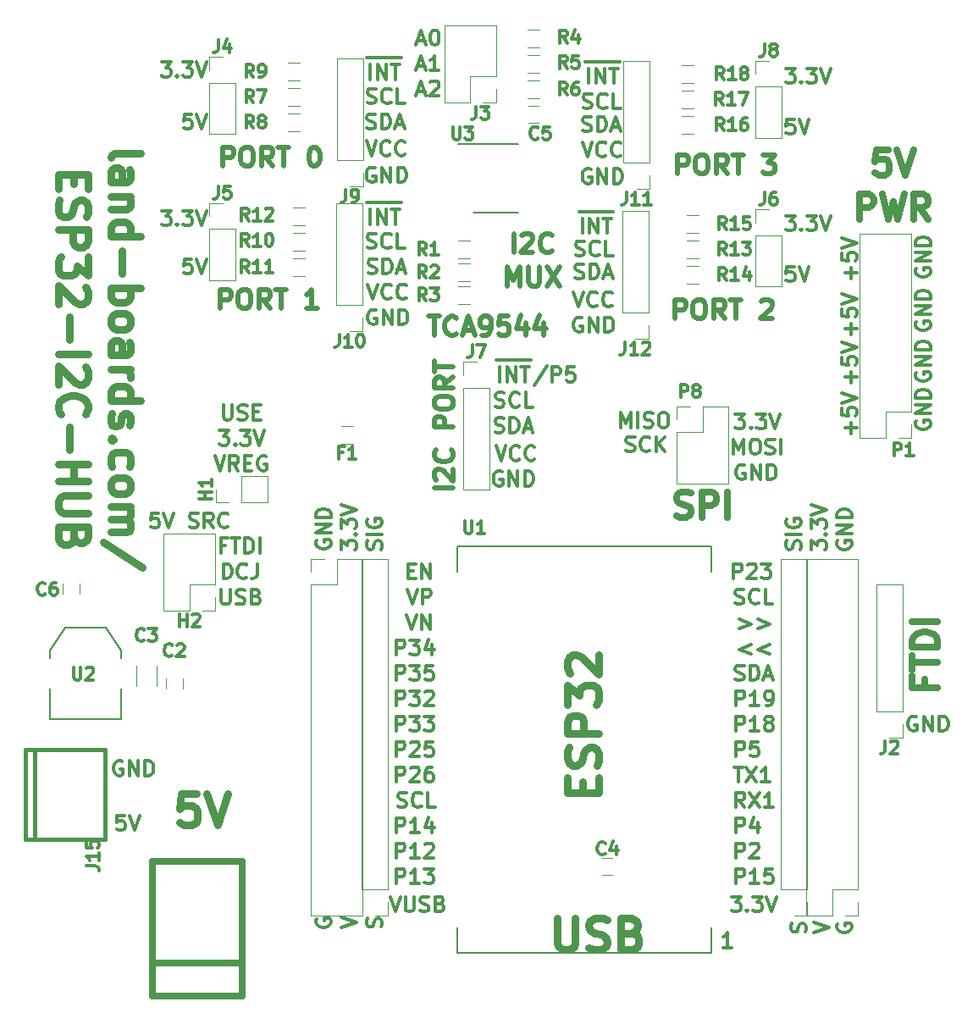
<source format=gbr>
G04 #@! TF.GenerationSoftware,KiCad,Pcbnew,(5.0.2)-1*
G04 #@! TF.CreationDate,2019-08-19T11:27:10-04:00*
G04 #@! TF.ProjectId,ESP32-Hub,45535033-322d-4487-9562-2e6b69636164,2*
G04 #@! TF.SameCoordinates,Original*
G04 #@! TF.FileFunction,Legend,Top*
G04 #@! TF.FilePolarity,Positive*
%FSLAX46Y46*%
G04 Gerber Fmt 4.6, Leading zero omitted, Abs format (unit mm)*
G04 Created by KiCad (PCBNEW (5.0.2)-1) date 8/19/2019 11:27:10 AM*
%MOMM*%
%LPD*%
G01*
G04 APERTURE LIST*
%ADD10C,0.476250*%
%ADD11C,0.300000*%
%ADD12C,0.635000*%
%ADD13C,0.793750*%
%ADD14C,0.750000*%
%ADD15C,0.120000*%
%ADD16C,0.203200*%
%ADD17C,0.381000*%
%ADD18C,0.150000*%
%ADD19C,0.650000*%
%ADD20C,0.317500*%
G04 APERTURE END LIST*
D10*
X49811214Y-40485785D02*
X50899785Y-40485785D01*
X50355500Y-42390785D02*
X50355500Y-40485785D01*
X52623357Y-42209357D02*
X52532642Y-42300071D01*
X52260500Y-42390785D01*
X52079071Y-42390785D01*
X51806928Y-42300071D01*
X51625500Y-42118642D01*
X51534785Y-41937214D01*
X51444071Y-41574357D01*
X51444071Y-41302214D01*
X51534785Y-40939357D01*
X51625500Y-40757928D01*
X51806928Y-40576500D01*
X52079071Y-40485785D01*
X52260500Y-40485785D01*
X52532642Y-40576500D01*
X52623357Y-40667214D01*
X53349071Y-41846500D02*
X54256214Y-41846500D01*
X53167642Y-42390785D02*
X53802642Y-40485785D01*
X54437642Y-42390785D01*
X55163357Y-42390785D02*
X55526214Y-42390785D01*
X55707642Y-42300071D01*
X55798357Y-42209357D01*
X55979785Y-41937214D01*
X56070500Y-41574357D01*
X56070500Y-40848642D01*
X55979785Y-40667214D01*
X55889071Y-40576500D01*
X55707642Y-40485785D01*
X55344785Y-40485785D01*
X55163357Y-40576500D01*
X55072642Y-40667214D01*
X54981928Y-40848642D01*
X54981928Y-41302214D01*
X55072642Y-41483642D01*
X55163357Y-41574357D01*
X55344785Y-41665071D01*
X55707642Y-41665071D01*
X55889071Y-41574357D01*
X55979785Y-41483642D01*
X56070500Y-41302214D01*
X57794071Y-40485785D02*
X56886928Y-40485785D01*
X56796214Y-41392928D01*
X56886928Y-41302214D01*
X57068357Y-41211500D01*
X57521928Y-41211500D01*
X57703357Y-41302214D01*
X57794071Y-41392928D01*
X57884785Y-41574357D01*
X57884785Y-42027928D01*
X57794071Y-42209357D01*
X57703357Y-42300071D01*
X57521928Y-42390785D01*
X57068357Y-42390785D01*
X56886928Y-42300071D01*
X56796214Y-42209357D01*
X59517642Y-41120785D02*
X59517642Y-42390785D01*
X59064071Y-40395071D02*
X58610500Y-41755785D01*
X59789785Y-41755785D01*
X61331928Y-41120785D02*
X61331928Y-42390785D01*
X60878357Y-40395071D02*
X60424785Y-41755785D01*
X61604071Y-41755785D01*
D11*
X81407142Y-55384000D02*
X81264285Y-55312571D01*
X81050000Y-55312571D01*
X80835714Y-55384000D01*
X80692857Y-55526857D01*
X80621428Y-55669714D01*
X80550000Y-55955428D01*
X80550000Y-56169714D01*
X80621428Y-56455428D01*
X80692857Y-56598285D01*
X80835714Y-56741142D01*
X81050000Y-56812571D01*
X81192857Y-56812571D01*
X81407142Y-56741142D01*
X81478571Y-56669714D01*
X81478571Y-56169714D01*
X81192857Y-56169714D01*
X82121428Y-56812571D02*
X82121428Y-55312571D01*
X82978571Y-56812571D01*
X82978571Y-55312571D01*
X83692857Y-56812571D02*
X83692857Y-55312571D01*
X84050000Y-55312571D01*
X84264285Y-55384000D01*
X84407142Y-55526857D01*
X84478571Y-55669714D01*
X84550000Y-55955428D01*
X84550000Y-56169714D01*
X84478571Y-56455428D01*
X84407142Y-56598285D01*
X84264285Y-56741142D01*
X84050000Y-56812571D01*
X83692857Y-56812571D01*
X80462714Y-50232571D02*
X81391285Y-50232571D01*
X80891285Y-50804000D01*
X81105571Y-50804000D01*
X81248428Y-50875428D01*
X81319857Y-50946857D01*
X81391285Y-51089714D01*
X81391285Y-51446857D01*
X81319857Y-51589714D01*
X81248428Y-51661142D01*
X81105571Y-51732571D01*
X80677000Y-51732571D01*
X80534142Y-51661142D01*
X80462714Y-51589714D01*
X82034142Y-51589714D02*
X82105571Y-51661142D01*
X82034142Y-51732571D01*
X81962714Y-51661142D01*
X82034142Y-51589714D01*
X82034142Y-51732571D01*
X82605571Y-50232571D02*
X83534142Y-50232571D01*
X83034142Y-50804000D01*
X83248428Y-50804000D01*
X83391285Y-50875428D01*
X83462714Y-50946857D01*
X83534142Y-51089714D01*
X83534142Y-51446857D01*
X83462714Y-51589714D01*
X83391285Y-51661142D01*
X83248428Y-51732571D01*
X82819857Y-51732571D01*
X82677000Y-51661142D01*
X82605571Y-51589714D01*
X83962714Y-50232571D02*
X84462714Y-51732571D01*
X84962714Y-50232571D01*
X80319857Y-54272571D02*
X80319857Y-52772571D01*
X80819857Y-53844000D01*
X81319857Y-52772571D01*
X81319857Y-54272571D01*
X82319857Y-52772571D02*
X82605571Y-52772571D01*
X82748428Y-52844000D01*
X82891285Y-52986857D01*
X82962714Y-53272571D01*
X82962714Y-53772571D01*
X82891285Y-54058285D01*
X82748428Y-54201142D01*
X82605571Y-54272571D01*
X82319857Y-54272571D01*
X82177000Y-54201142D01*
X82034142Y-54058285D01*
X81962714Y-53772571D01*
X81962714Y-53272571D01*
X82034142Y-52986857D01*
X82177000Y-52844000D01*
X82319857Y-52772571D01*
X83534142Y-54201142D02*
X83748428Y-54272571D01*
X84105571Y-54272571D01*
X84248428Y-54201142D01*
X84319857Y-54129714D01*
X84391285Y-53986857D01*
X84391285Y-53844000D01*
X84319857Y-53701142D01*
X84248428Y-53629714D01*
X84105571Y-53558285D01*
X83819857Y-53486857D01*
X83677000Y-53415428D01*
X83605571Y-53344000D01*
X83534142Y-53201142D01*
X83534142Y-53058285D01*
X83605571Y-52915428D01*
X83677000Y-52844000D01*
X83819857Y-52772571D01*
X84177000Y-52772571D01*
X84391285Y-52844000D01*
X85034142Y-54272571D02*
X85034142Y-52772571D01*
X69572428Y-53947142D02*
X69786714Y-54018571D01*
X70143857Y-54018571D01*
X70286714Y-53947142D01*
X70358142Y-53875714D01*
X70429571Y-53732857D01*
X70429571Y-53590000D01*
X70358142Y-53447142D01*
X70286714Y-53375714D01*
X70143857Y-53304285D01*
X69858142Y-53232857D01*
X69715285Y-53161428D01*
X69643857Y-53090000D01*
X69572428Y-52947142D01*
X69572428Y-52804285D01*
X69643857Y-52661428D01*
X69715285Y-52590000D01*
X69858142Y-52518571D01*
X70215285Y-52518571D01*
X70429571Y-52590000D01*
X71929571Y-53875714D02*
X71858142Y-53947142D01*
X71643857Y-54018571D01*
X71501000Y-54018571D01*
X71286714Y-53947142D01*
X71143857Y-53804285D01*
X71072428Y-53661428D01*
X71001000Y-53375714D01*
X71001000Y-53161428D01*
X71072428Y-52875714D01*
X71143857Y-52732857D01*
X71286714Y-52590000D01*
X71501000Y-52518571D01*
X71643857Y-52518571D01*
X71858142Y-52590000D01*
X71929571Y-52661428D01*
X72572428Y-54018571D02*
X72572428Y-52518571D01*
X73429571Y-54018571D02*
X72786714Y-53161428D01*
X73429571Y-52518571D02*
X72572428Y-53375714D01*
X69016857Y-51605571D02*
X69016857Y-50105571D01*
X69516857Y-51177000D01*
X70016857Y-50105571D01*
X70016857Y-51605571D01*
X70731142Y-51605571D02*
X70731142Y-50105571D01*
X71374000Y-51534142D02*
X71588285Y-51605571D01*
X71945428Y-51605571D01*
X72088285Y-51534142D01*
X72159714Y-51462714D01*
X72231142Y-51319857D01*
X72231142Y-51177000D01*
X72159714Y-51034142D01*
X72088285Y-50962714D01*
X71945428Y-50891285D01*
X71659714Y-50819857D01*
X71516857Y-50748428D01*
X71445428Y-50677000D01*
X71374000Y-50534142D01*
X71374000Y-50391285D01*
X71445428Y-50248428D01*
X71516857Y-50177000D01*
X71659714Y-50105571D01*
X72016857Y-50105571D01*
X72231142Y-50177000D01*
X73159714Y-50105571D02*
X73445428Y-50105571D01*
X73588285Y-50177000D01*
X73731142Y-50319857D01*
X73802571Y-50605571D01*
X73802571Y-51105571D01*
X73731142Y-51391285D01*
X73588285Y-51534142D01*
X73445428Y-51605571D01*
X73159714Y-51605571D01*
X73016857Y-51534142D01*
X72874000Y-51391285D01*
X72802571Y-51105571D01*
X72802571Y-50605571D01*
X72874000Y-50319857D01*
X73016857Y-50177000D01*
X73159714Y-50105571D01*
X45978142Y-98492571D02*
X46478142Y-99992571D01*
X46978142Y-98492571D01*
X47478142Y-98492571D02*
X47478142Y-99706857D01*
X47549571Y-99849714D01*
X47621000Y-99921142D01*
X47763857Y-99992571D01*
X48049571Y-99992571D01*
X48192428Y-99921142D01*
X48263857Y-99849714D01*
X48335285Y-99706857D01*
X48335285Y-98492571D01*
X48978142Y-99921142D02*
X49192428Y-99992571D01*
X49549571Y-99992571D01*
X49692428Y-99921142D01*
X49763857Y-99849714D01*
X49835285Y-99706857D01*
X49835285Y-99564000D01*
X49763857Y-99421142D01*
X49692428Y-99349714D01*
X49549571Y-99278285D01*
X49263857Y-99206857D01*
X49121000Y-99135428D01*
X49049571Y-99064000D01*
X48978142Y-98921142D01*
X48978142Y-98778285D01*
X49049571Y-98635428D01*
X49121000Y-98564000D01*
X49263857Y-98492571D01*
X49621000Y-98492571D01*
X49835285Y-98564000D01*
X50978142Y-99206857D02*
X51192428Y-99278285D01*
X51263857Y-99349714D01*
X51335285Y-99492571D01*
X51335285Y-99706857D01*
X51263857Y-99849714D01*
X51192428Y-99921142D01*
X51049571Y-99992571D01*
X50478142Y-99992571D01*
X50478142Y-98492571D01*
X50978142Y-98492571D01*
X51121000Y-98564000D01*
X51192428Y-98635428D01*
X51263857Y-98778285D01*
X51263857Y-98921142D01*
X51192428Y-99064000D01*
X51121000Y-99135428D01*
X50978142Y-99206857D01*
X50478142Y-99206857D01*
X29523714Y-63382857D02*
X29023714Y-63382857D01*
X29023714Y-64168571D02*
X29023714Y-62668571D01*
X29738000Y-62668571D01*
X30095142Y-62668571D02*
X30952285Y-62668571D01*
X30523714Y-64168571D02*
X30523714Y-62668571D01*
X31452285Y-64168571D02*
X31452285Y-62668571D01*
X31809428Y-62668571D01*
X32023714Y-62740000D01*
X32166571Y-62882857D01*
X32238000Y-63025714D01*
X32309428Y-63311428D01*
X32309428Y-63525714D01*
X32238000Y-63811428D01*
X32166571Y-63954285D01*
X32023714Y-64097142D01*
X31809428Y-64168571D01*
X31452285Y-64168571D01*
X32952285Y-64168571D02*
X32952285Y-62668571D01*
X29273714Y-66718571D02*
X29273714Y-65218571D01*
X29630857Y-65218571D01*
X29845142Y-65290000D01*
X29988000Y-65432857D01*
X30059428Y-65575714D01*
X30130857Y-65861428D01*
X30130857Y-66075714D01*
X30059428Y-66361428D01*
X29988000Y-66504285D01*
X29845142Y-66647142D01*
X29630857Y-66718571D01*
X29273714Y-66718571D01*
X31630857Y-66575714D02*
X31559428Y-66647142D01*
X31345142Y-66718571D01*
X31202285Y-66718571D01*
X30988000Y-66647142D01*
X30845142Y-66504285D01*
X30773714Y-66361428D01*
X30702285Y-66075714D01*
X30702285Y-65861428D01*
X30773714Y-65575714D01*
X30845142Y-65432857D01*
X30988000Y-65290000D01*
X31202285Y-65218571D01*
X31345142Y-65218571D01*
X31559428Y-65290000D01*
X31630857Y-65361428D01*
X32702285Y-65218571D02*
X32702285Y-66290000D01*
X32630857Y-66504285D01*
X32488000Y-66647142D01*
X32273714Y-66718571D01*
X32130857Y-66718571D01*
X29095142Y-67768571D02*
X29095142Y-68982857D01*
X29166571Y-69125714D01*
X29238000Y-69197142D01*
X29380857Y-69268571D01*
X29666571Y-69268571D01*
X29809428Y-69197142D01*
X29880857Y-69125714D01*
X29952285Y-68982857D01*
X29952285Y-67768571D01*
X30595142Y-69197142D02*
X30809428Y-69268571D01*
X31166571Y-69268571D01*
X31309428Y-69197142D01*
X31380857Y-69125714D01*
X31452285Y-68982857D01*
X31452285Y-68840000D01*
X31380857Y-68697142D01*
X31309428Y-68625714D01*
X31166571Y-68554285D01*
X30880857Y-68482857D01*
X30738000Y-68411428D01*
X30666571Y-68340000D01*
X30595142Y-68197142D01*
X30595142Y-68054285D01*
X30666571Y-67911428D01*
X30738000Y-67840000D01*
X30880857Y-67768571D01*
X31238000Y-67768571D01*
X31452285Y-67840000D01*
X32595142Y-68482857D02*
X32809428Y-68554285D01*
X32880857Y-68625714D01*
X32952285Y-68768571D01*
X32952285Y-68982857D01*
X32880857Y-69125714D01*
X32809428Y-69197142D01*
X32666571Y-69268571D01*
X32095142Y-69268571D01*
X32095142Y-67768571D01*
X32595142Y-67768571D01*
X32738000Y-67840000D01*
X32809428Y-67911428D01*
X32880857Y-68054285D01*
X32880857Y-68197142D01*
X32809428Y-68340000D01*
X32738000Y-68411428D01*
X32595142Y-68482857D01*
X32095142Y-68482857D01*
X22836571Y-60138571D02*
X22122285Y-60138571D01*
X22050857Y-60852857D01*
X22122285Y-60781428D01*
X22265142Y-60710000D01*
X22622285Y-60710000D01*
X22765142Y-60781428D01*
X22836571Y-60852857D01*
X22908000Y-60995714D01*
X22908000Y-61352857D01*
X22836571Y-61495714D01*
X22765142Y-61567142D01*
X22622285Y-61638571D01*
X22265142Y-61638571D01*
X22122285Y-61567142D01*
X22050857Y-61495714D01*
X23336571Y-60138571D02*
X23836571Y-61638571D01*
X24336571Y-60138571D01*
X25908000Y-61567142D02*
X26122285Y-61638571D01*
X26479428Y-61638571D01*
X26622285Y-61567142D01*
X26693714Y-61495714D01*
X26765142Y-61352857D01*
X26765142Y-61210000D01*
X26693714Y-61067142D01*
X26622285Y-60995714D01*
X26479428Y-60924285D01*
X26193714Y-60852857D01*
X26050857Y-60781428D01*
X25979428Y-60710000D01*
X25908000Y-60567142D01*
X25908000Y-60424285D01*
X25979428Y-60281428D01*
X26050857Y-60210000D01*
X26193714Y-60138571D01*
X26550857Y-60138571D01*
X26765142Y-60210000D01*
X28265142Y-61638571D02*
X27765142Y-60924285D01*
X27408000Y-61638571D02*
X27408000Y-60138571D01*
X27979428Y-60138571D01*
X28122285Y-60210000D01*
X28193714Y-60281428D01*
X28265142Y-60424285D01*
X28265142Y-60638571D01*
X28193714Y-60781428D01*
X28122285Y-60852857D01*
X27979428Y-60924285D01*
X27408000Y-60924285D01*
X29765142Y-61495714D02*
X29693714Y-61567142D01*
X29479428Y-61638571D01*
X29336571Y-61638571D01*
X29122285Y-61567142D01*
X28979428Y-61424285D01*
X28908000Y-61281428D01*
X28836571Y-60995714D01*
X28836571Y-60781428D01*
X28908000Y-60495714D01*
X28979428Y-60352857D01*
X29122285Y-60210000D01*
X29336571Y-60138571D01*
X29479428Y-60138571D01*
X29693714Y-60210000D01*
X29765142Y-60281428D01*
X47779571Y-65932857D02*
X48279571Y-65932857D01*
X48493857Y-66718571D02*
X47779571Y-66718571D01*
X47779571Y-65218571D01*
X48493857Y-65218571D01*
X49136714Y-66718571D02*
X49136714Y-65218571D01*
X49993857Y-66718571D01*
X49993857Y-65218571D01*
X47708142Y-67758571D02*
X48208142Y-69258571D01*
X48708142Y-67758571D01*
X49208142Y-69258571D02*
X49208142Y-67758571D01*
X49779571Y-67758571D01*
X49922428Y-67830000D01*
X49993857Y-67901428D01*
X50065285Y-68044285D01*
X50065285Y-68258571D01*
X49993857Y-68401428D01*
X49922428Y-68472857D01*
X49779571Y-68544285D01*
X49208142Y-68544285D01*
X47636714Y-70298571D02*
X48136714Y-71798571D01*
X48636714Y-70298571D01*
X49136714Y-71798571D02*
X49136714Y-70298571D01*
X49993857Y-71798571D01*
X49993857Y-70298571D01*
X80104285Y-103608571D02*
X79247142Y-103608571D01*
X79675714Y-103608571D02*
X79675714Y-102108571D01*
X79532857Y-102322857D01*
X79390000Y-102465714D01*
X79247142Y-102537142D01*
X61662571Y-45462142D02*
X60376857Y-47390714D01*
X62162571Y-47033571D02*
X62162571Y-45533571D01*
X62734000Y-45533571D01*
X62876857Y-45605000D01*
X62948285Y-45676428D01*
X63019714Y-45819285D01*
X63019714Y-46033571D01*
X62948285Y-46176428D01*
X62876857Y-46247857D01*
X62734000Y-46319285D01*
X62162571Y-46319285D01*
X64376857Y-45533571D02*
X63662571Y-45533571D01*
X63591142Y-46247857D01*
X63662571Y-46176428D01*
X63805428Y-46105000D01*
X64162571Y-46105000D01*
X64305428Y-46176428D01*
X64376857Y-46247857D01*
X64448285Y-46390714D01*
X64448285Y-46747857D01*
X64376857Y-46890714D01*
X64305428Y-46962142D01*
X64162571Y-47033571D01*
X63805428Y-47033571D01*
X63662571Y-46962142D01*
X63591142Y-46890714D01*
X56578714Y-44885000D02*
X57293000Y-44885000D01*
X56935857Y-47033571D02*
X56935857Y-45533571D01*
X57293000Y-44885000D02*
X58864428Y-44885000D01*
X57650142Y-47033571D02*
X57650142Y-45533571D01*
X58507285Y-47033571D01*
X58507285Y-45533571D01*
X58864428Y-44885000D02*
X60007285Y-44885000D01*
X59007285Y-45533571D02*
X59864428Y-45533571D01*
X59435857Y-47033571D02*
X59435857Y-45533571D01*
X87475142Y-102028571D02*
X87546571Y-101814285D01*
X87546571Y-101457142D01*
X87475142Y-101314285D01*
X87403714Y-101242857D01*
X87260857Y-101171428D01*
X87118000Y-101171428D01*
X86975142Y-101242857D01*
X86903714Y-101314285D01*
X86832285Y-101457142D01*
X86760857Y-101742857D01*
X86689428Y-101885714D01*
X86618000Y-101957142D01*
X86475142Y-102028571D01*
X86332285Y-102028571D01*
X86189428Y-101957142D01*
X86118000Y-101885714D01*
X86046571Y-101742857D01*
X86046571Y-101385714D01*
X86118000Y-101171428D01*
X90690000Y-101207142D02*
X90618571Y-101350000D01*
X90618571Y-101564285D01*
X90690000Y-101778571D01*
X90832857Y-101921428D01*
X90975714Y-101992857D01*
X91261428Y-102064285D01*
X91475714Y-102064285D01*
X91761428Y-101992857D01*
X91904285Y-101921428D01*
X92047142Y-101778571D01*
X92118571Y-101564285D01*
X92118571Y-101421428D01*
X92047142Y-101207142D01*
X91975714Y-101135714D01*
X91475714Y-101135714D01*
X91475714Y-101421428D01*
X88332571Y-102100000D02*
X89832571Y-101600000D01*
X88332571Y-101100000D01*
X46605000Y-97198571D02*
X46605000Y-95698571D01*
X47176428Y-95698571D01*
X47319285Y-95770000D01*
X47390714Y-95841428D01*
X47462142Y-95984285D01*
X47462142Y-96198571D01*
X47390714Y-96341428D01*
X47319285Y-96412857D01*
X47176428Y-96484285D01*
X46605000Y-96484285D01*
X48890714Y-97198571D02*
X48033571Y-97198571D01*
X48462142Y-97198571D02*
X48462142Y-95698571D01*
X48319285Y-95912857D01*
X48176428Y-96055714D01*
X48033571Y-96127142D01*
X49390714Y-95698571D02*
X50319285Y-95698571D01*
X49819285Y-96270000D01*
X50033571Y-96270000D01*
X50176428Y-96341428D01*
X50247857Y-96412857D01*
X50319285Y-96555714D01*
X50319285Y-96912857D01*
X50247857Y-97055714D01*
X50176428Y-97127142D01*
X50033571Y-97198571D01*
X49605000Y-97198571D01*
X49462142Y-97127142D01*
X49390714Y-97055714D01*
X46605000Y-94658571D02*
X46605000Y-93158571D01*
X47176428Y-93158571D01*
X47319285Y-93230000D01*
X47390714Y-93301428D01*
X47462142Y-93444285D01*
X47462142Y-93658571D01*
X47390714Y-93801428D01*
X47319285Y-93872857D01*
X47176428Y-93944285D01*
X46605000Y-93944285D01*
X48890714Y-94658571D02*
X48033571Y-94658571D01*
X48462142Y-94658571D02*
X48462142Y-93158571D01*
X48319285Y-93372857D01*
X48176428Y-93515714D01*
X48033571Y-93587142D01*
X49462142Y-93301428D02*
X49533571Y-93230000D01*
X49676428Y-93158571D01*
X50033571Y-93158571D01*
X50176428Y-93230000D01*
X50247857Y-93301428D01*
X50319285Y-93444285D01*
X50319285Y-93587142D01*
X50247857Y-93801428D01*
X49390714Y-94658571D01*
X50319285Y-94658571D01*
X46605000Y-92118571D02*
X46605000Y-90618571D01*
X47176428Y-90618571D01*
X47319285Y-90690000D01*
X47390714Y-90761428D01*
X47462142Y-90904285D01*
X47462142Y-91118571D01*
X47390714Y-91261428D01*
X47319285Y-91332857D01*
X47176428Y-91404285D01*
X46605000Y-91404285D01*
X48890714Y-92118571D02*
X48033571Y-92118571D01*
X48462142Y-92118571D02*
X48462142Y-90618571D01*
X48319285Y-90832857D01*
X48176428Y-90975714D01*
X48033571Y-91047142D01*
X50176428Y-91118571D02*
X50176428Y-92118571D01*
X49819285Y-90547142D02*
X49462142Y-91618571D01*
X50390714Y-91618571D01*
X46747857Y-89507142D02*
X46962142Y-89578571D01*
X47319285Y-89578571D01*
X47462142Y-89507142D01*
X47533571Y-89435714D01*
X47605000Y-89292857D01*
X47605000Y-89150000D01*
X47533571Y-89007142D01*
X47462142Y-88935714D01*
X47319285Y-88864285D01*
X47033571Y-88792857D01*
X46890714Y-88721428D01*
X46819285Y-88650000D01*
X46747857Y-88507142D01*
X46747857Y-88364285D01*
X46819285Y-88221428D01*
X46890714Y-88150000D01*
X47033571Y-88078571D01*
X47390714Y-88078571D01*
X47605000Y-88150000D01*
X49105000Y-89435714D02*
X49033571Y-89507142D01*
X48819285Y-89578571D01*
X48676428Y-89578571D01*
X48462142Y-89507142D01*
X48319285Y-89364285D01*
X48247857Y-89221428D01*
X48176428Y-88935714D01*
X48176428Y-88721428D01*
X48247857Y-88435714D01*
X48319285Y-88292857D01*
X48462142Y-88150000D01*
X48676428Y-88078571D01*
X48819285Y-88078571D01*
X49033571Y-88150000D01*
X49105000Y-88221428D01*
X50462142Y-89578571D02*
X49747857Y-89578571D01*
X49747857Y-88078571D01*
X46605000Y-87038571D02*
X46605000Y-85538571D01*
X47176428Y-85538571D01*
X47319285Y-85610000D01*
X47390714Y-85681428D01*
X47462142Y-85824285D01*
X47462142Y-86038571D01*
X47390714Y-86181428D01*
X47319285Y-86252857D01*
X47176428Y-86324285D01*
X46605000Y-86324285D01*
X48033571Y-85681428D02*
X48105000Y-85610000D01*
X48247857Y-85538571D01*
X48605000Y-85538571D01*
X48747857Y-85610000D01*
X48819285Y-85681428D01*
X48890714Y-85824285D01*
X48890714Y-85967142D01*
X48819285Y-86181428D01*
X47962142Y-87038571D01*
X48890714Y-87038571D01*
X50176428Y-85538571D02*
X49890714Y-85538571D01*
X49747857Y-85610000D01*
X49676428Y-85681428D01*
X49533571Y-85895714D01*
X49462142Y-86181428D01*
X49462142Y-86752857D01*
X49533571Y-86895714D01*
X49605000Y-86967142D01*
X49747857Y-87038571D01*
X50033571Y-87038571D01*
X50176428Y-86967142D01*
X50247857Y-86895714D01*
X50319285Y-86752857D01*
X50319285Y-86395714D01*
X50247857Y-86252857D01*
X50176428Y-86181428D01*
X50033571Y-86110000D01*
X49747857Y-86110000D01*
X49605000Y-86181428D01*
X49533571Y-86252857D01*
X49462142Y-86395714D01*
X46605000Y-84498571D02*
X46605000Y-82998571D01*
X47176428Y-82998571D01*
X47319285Y-83070000D01*
X47390714Y-83141428D01*
X47462142Y-83284285D01*
X47462142Y-83498571D01*
X47390714Y-83641428D01*
X47319285Y-83712857D01*
X47176428Y-83784285D01*
X46605000Y-83784285D01*
X48033571Y-83141428D02*
X48105000Y-83070000D01*
X48247857Y-82998571D01*
X48605000Y-82998571D01*
X48747857Y-83070000D01*
X48819285Y-83141428D01*
X48890714Y-83284285D01*
X48890714Y-83427142D01*
X48819285Y-83641428D01*
X47962142Y-84498571D01*
X48890714Y-84498571D01*
X50247857Y-82998571D02*
X49533571Y-82998571D01*
X49462142Y-83712857D01*
X49533571Y-83641428D01*
X49676428Y-83570000D01*
X50033571Y-83570000D01*
X50176428Y-83641428D01*
X50247857Y-83712857D01*
X50319285Y-83855714D01*
X50319285Y-84212857D01*
X50247857Y-84355714D01*
X50176428Y-84427142D01*
X50033571Y-84498571D01*
X49676428Y-84498571D01*
X49533571Y-84427142D01*
X49462142Y-84355714D01*
X46605000Y-81958571D02*
X46605000Y-80458571D01*
X47176428Y-80458571D01*
X47319285Y-80530000D01*
X47390714Y-80601428D01*
X47462142Y-80744285D01*
X47462142Y-80958571D01*
X47390714Y-81101428D01*
X47319285Y-81172857D01*
X47176428Y-81244285D01*
X46605000Y-81244285D01*
X47962142Y-80458571D02*
X48890714Y-80458571D01*
X48390714Y-81030000D01*
X48605000Y-81030000D01*
X48747857Y-81101428D01*
X48819285Y-81172857D01*
X48890714Y-81315714D01*
X48890714Y-81672857D01*
X48819285Y-81815714D01*
X48747857Y-81887142D01*
X48605000Y-81958571D01*
X48176428Y-81958571D01*
X48033571Y-81887142D01*
X47962142Y-81815714D01*
X49390714Y-80458571D02*
X50319285Y-80458571D01*
X49819285Y-81030000D01*
X50033571Y-81030000D01*
X50176428Y-81101428D01*
X50247857Y-81172857D01*
X50319285Y-81315714D01*
X50319285Y-81672857D01*
X50247857Y-81815714D01*
X50176428Y-81887142D01*
X50033571Y-81958571D01*
X49605000Y-81958571D01*
X49462142Y-81887142D01*
X49390714Y-81815714D01*
X46605000Y-79418571D02*
X46605000Y-77918571D01*
X47176428Y-77918571D01*
X47319285Y-77990000D01*
X47390714Y-78061428D01*
X47462142Y-78204285D01*
X47462142Y-78418571D01*
X47390714Y-78561428D01*
X47319285Y-78632857D01*
X47176428Y-78704285D01*
X46605000Y-78704285D01*
X47962142Y-77918571D02*
X48890714Y-77918571D01*
X48390714Y-78490000D01*
X48605000Y-78490000D01*
X48747857Y-78561428D01*
X48819285Y-78632857D01*
X48890714Y-78775714D01*
X48890714Y-79132857D01*
X48819285Y-79275714D01*
X48747857Y-79347142D01*
X48605000Y-79418571D01*
X48176428Y-79418571D01*
X48033571Y-79347142D01*
X47962142Y-79275714D01*
X49462142Y-78061428D02*
X49533571Y-77990000D01*
X49676428Y-77918571D01*
X50033571Y-77918571D01*
X50176428Y-77990000D01*
X50247857Y-78061428D01*
X50319285Y-78204285D01*
X50319285Y-78347142D01*
X50247857Y-78561428D01*
X49390714Y-79418571D01*
X50319285Y-79418571D01*
X46605000Y-76878571D02*
X46605000Y-75378571D01*
X47176428Y-75378571D01*
X47319285Y-75450000D01*
X47390714Y-75521428D01*
X47462142Y-75664285D01*
X47462142Y-75878571D01*
X47390714Y-76021428D01*
X47319285Y-76092857D01*
X47176428Y-76164285D01*
X46605000Y-76164285D01*
X47962142Y-75378571D02*
X48890714Y-75378571D01*
X48390714Y-75950000D01*
X48605000Y-75950000D01*
X48747857Y-76021428D01*
X48819285Y-76092857D01*
X48890714Y-76235714D01*
X48890714Y-76592857D01*
X48819285Y-76735714D01*
X48747857Y-76807142D01*
X48605000Y-76878571D01*
X48176428Y-76878571D01*
X48033571Y-76807142D01*
X47962142Y-76735714D01*
X50247857Y-75378571D02*
X49533571Y-75378571D01*
X49462142Y-76092857D01*
X49533571Y-76021428D01*
X49676428Y-75950000D01*
X50033571Y-75950000D01*
X50176428Y-76021428D01*
X50247857Y-76092857D01*
X50319285Y-76235714D01*
X50319285Y-76592857D01*
X50247857Y-76735714D01*
X50176428Y-76807142D01*
X50033571Y-76878571D01*
X49676428Y-76878571D01*
X49533571Y-76807142D01*
X49462142Y-76735714D01*
X46605000Y-74338571D02*
X46605000Y-72838571D01*
X47176428Y-72838571D01*
X47319285Y-72910000D01*
X47390714Y-72981428D01*
X47462142Y-73124285D01*
X47462142Y-73338571D01*
X47390714Y-73481428D01*
X47319285Y-73552857D01*
X47176428Y-73624285D01*
X46605000Y-73624285D01*
X47962142Y-72838571D02*
X48890714Y-72838571D01*
X48390714Y-73410000D01*
X48605000Y-73410000D01*
X48747857Y-73481428D01*
X48819285Y-73552857D01*
X48890714Y-73695714D01*
X48890714Y-74052857D01*
X48819285Y-74195714D01*
X48747857Y-74267142D01*
X48605000Y-74338571D01*
X48176428Y-74338571D01*
X48033571Y-74267142D01*
X47962142Y-74195714D01*
X50176428Y-73338571D02*
X50176428Y-74338571D01*
X49819285Y-72767142D02*
X49462142Y-73838571D01*
X50390714Y-73838571D01*
X80562142Y-97198571D02*
X80562142Y-95698571D01*
X81133571Y-95698571D01*
X81276428Y-95770000D01*
X81347857Y-95841428D01*
X81419285Y-95984285D01*
X81419285Y-96198571D01*
X81347857Y-96341428D01*
X81276428Y-96412857D01*
X81133571Y-96484285D01*
X80562142Y-96484285D01*
X82847857Y-97198571D02*
X81990714Y-97198571D01*
X82419285Y-97198571D02*
X82419285Y-95698571D01*
X82276428Y-95912857D01*
X82133571Y-96055714D01*
X81990714Y-96127142D01*
X84205000Y-95698571D02*
X83490714Y-95698571D01*
X83419285Y-96412857D01*
X83490714Y-96341428D01*
X83633571Y-96270000D01*
X83990714Y-96270000D01*
X84133571Y-96341428D01*
X84205000Y-96412857D01*
X84276428Y-96555714D01*
X84276428Y-96912857D01*
X84205000Y-97055714D01*
X84133571Y-97127142D01*
X83990714Y-97198571D01*
X83633571Y-97198571D01*
X83490714Y-97127142D01*
X83419285Y-97055714D01*
X80562142Y-94658571D02*
X80562142Y-93158571D01*
X81133571Y-93158571D01*
X81276428Y-93230000D01*
X81347857Y-93301428D01*
X81419285Y-93444285D01*
X81419285Y-93658571D01*
X81347857Y-93801428D01*
X81276428Y-93872857D01*
X81133571Y-93944285D01*
X80562142Y-93944285D01*
X81990714Y-93301428D02*
X82062142Y-93230000D01*
X82205000Y-93158571D01*
X82562142Y-93158571D01*
X82705000Y-93230000D01*
X82776428Y-93301428D01*
X82847857Y-93444285D01*
X82847857Y-93587142D01*
X82776428Y-93801428D01*
X81919285Y-94658571D01*
X82847857Y-94658571D01*
X80562142Y-92118571D02*
X80562142Y-90618571D01*
X81133571Y-90618571D01*
X81276428Y-90690000D01*
X81347857Y-90761428D01*
X81419285Y-90904285D01*
X81419285Y-91118571D01*
X81347857Y-91261428D01*
X81276428Y-91332857D01*
X81133571Y-91404285D01*
X80562142Y-91404285D01*
X82705000Y-91118571D02*
X82705000Y-92118571D01*
X82347857Y-90547142D02*
X81990714Y-91618571D01*
X82919285Y-91618571D01*
X81419285Y-89578571D02*
X80919285Y-88864285D01*
X80562142Y-89578571D02*
X80562142Y-88078571D01*
X81133571Y-88078571D01*
X81276428Y-88150000D01*
X81347857Y-88221428D01*
X81419285Y-88364285D01*
X81419285Y-88578571D01*
X81347857Y-88721428D01*
X81276428Y-88792857D01*
X81133571Y-88864285D01*
X80562142Y-88864285D01*
X81919285Y-88078571D02*
X82919285Y-89578571D01*
X82919285Y-88078571D02*
X81919285Y-89578571D01*
X84276428Y-89578571D02*
X83419285Y-89578571D01*
X83847857Y-89578571D02*
X83847857Y-88078571D01*
X83705000Y-88292857D01*
X83562142Y-88435714D01*
X83419285Y-88507142D01*
X80347857Y-85538571D02*
X81205000Y-85538571D01*
X80776428Y-87038571D02*
X80776428Y-85538571D01*
X81562142Y-85538571D02*
X82562142Y-87038571D01*
X82562142Y-85538571D02*
X81562142Y-87038571D01*
X83919285Y-87038571D02*
X83062142Y-87038571D01*
X83490714Y-87038571D02*
X83490714Y-85538571D01*
X83347857Y-85752857D01*
X83205000Y-85895714D01*
X83062142Y-85967142D01*
X80562142Y-84498571D02*
X80562142Y-82998571D01*
X81133571Y-82998571D01*
X81276428Y-83070000D01*
X81347857Y-83141428D01*
X81419285Y-83284285D01*
X81419285Y-83498571D01*
X81347857Y-83641428D01*
X81276428Y-83712857D01*
X81133571Y-83784285D01*
X80562142Y-83784285D01*
X82776428Y-82998571D02*
X82062142Y-82998571D01*
X81990714Y-83712857D01*
X82062142Y-83641428D01*
X82205000Y-83570000D01*
X82562142Y-83570000D01*
X82705000Y-83641428D01*
X82776428Y-83712857D01*
X82847857Y-83855714D01*
X82847857Y-84212857D01*
X82776428Y-84355714D01*
X82705000Y-84427142D01*
X82562142Y-84498571D01*
X82205000Y-84498571D01*
X82062142Y-84427142D01*
X81990714Y-84355714D01*
X80562142Y-81958571D02*
X80562142Y-80458571D01*
X81133571Y-80458571D01*
X81276428Y-80530000D01*
X81347857Y-80601428D01*
X81419285Y-80744285D01*
X81419285Y-80958571D01*
X81347857Y-81101428D01*
X81276428Y-81172857D01*
X81133571Y-81244285D01*
X80562142Y-81244285D01*
X82847857Y-81958571D02*
X81990714Y-81958571D01*
X82419285Y-81958571D02*
X82419285Y-80458571D01*
X82276428Y-80672857D01*
X82133571Y-80815714D01*
X81990714Y-80887142D01*
X83705000Y-81101428D02*
X83562142Y-81030000D01*
X83490714Y-80958571D01*
X83419285Y-80815714D01*
X83419285Y-80744285D01*
X83490714Y-80601428D01*
X83562142Y-80530000D01*
X83705000Y-80458571D01*
X83990714Y-80458571D01*
X84133571Y-80530000D01*
X84205000Y-80601428D01*
X84276428Y-80744285D01*
X84276428Y-80815714D01*
X84205000Y-80958571D01*
X84133571Y-81030000D01*
X83990714Y-81101428D01*
X83705000Y-81101428D01*
X83562142Y-81172857D01*
X83490714Y-81244285D01*
X83419285Y-81387142D01*
X83419285Y-81672857D01*
X83490714Y-81815714D01*
X83562142Y-81887142D01*
X83705000Y-81958571D01*
X83990714Y-81958571D01*
X84133571Y-81887142D01*
X84205000Y-81815714D01*
X84276428Y-81672857D01*
X84276428Y-81387142D01*
X84205000Y-81244285D01*
X84133571Y-81172857D01*
X83990714Y-81101428D01*
X80562142Y-79418571D02*
X80562142Y-77918571D01*
X81133571Y-77918571D01*
X81276428Y-77990000D01*
X81347857Y-78061428D01*
X81419285Y-78204285D01*
X81419285Y-78418571D01*
X81347857Y-78561428D01*
X81276428Y-78632857D01*
X81133571Y-78704285D01*
X80562142Y-78704285D01*
X82847857Y-79418571D02*
X81990714Y-79418571D01*
X82419285Y-79418571D02*
X82419285Y-77918571D01*
X82276428Y-78132857D01*
X82133571Y-78275714D01*
X81990714Y-78347142D01*
X83562142Y-79418571D02*
X83847857Y-79418571D01*
X83990714Y-79347142D01*
X84062142Y-79275714D01*
X84205000Y-79061428D01*
X84276428Y-78775714D01*
X84276428Y-78204285D01*
X84205000Y-78061428D01*
X84133571Y-77990000D01*
X83990714Y-77918571D01*
X83705000Y-77918571D01*
X83562142Y-77990000D01*
X83490714Y-78061428D01*
X83419285Y-78204285D01*
X83419285Y-78561428D01*
X83490714Y-78704285D01*
X83562142Y-78775714D01*
X83705000Y-78847142D01*
X83990714Y-78847142D01*
X84133571Y-78775714D01*
X84205000Y-78704285D01*
X84276428Y-78561428D01*
X80490714Y-76807142D02*
X80705000Y-76878571D01*
X81062142Y-76878571D01*
X81205000Y-76807142D01*
X81276428Y-76735714D01*
X81347857Y-76592857D01*
X81347857Y-76450000D01*
X81276428Y-76307142D01*
X81205000Y-76235714D01*
X81062142Y-76164285D01*
X80776428Y-76092857D01*
X80633571Y-76021428D01*
X80562142Y-75950000D01*
X80490714Y-75807142D01*
X80490714Y-75664285D01*
X80562142Y-75521428D01*
X80633571Y-75450000D01*
X80776428Y-75378571D01*
X81133571Y-75378571D01*
X81347857Y-75450000D01*
X81990714Y-76878571D02*
X81990714Y-75378571D01*
X82347857Y-75378571D01*
X82562142Y-75450000D01*
X82705000Y-75592857D01*
X82776428Y-75735714D01*
X82847857Y-76021428D01*
X82847857Y-76235714D01*
X82776428Y-76521428D01*
X82705000Y-76664285D01*
X82562142Y-76807142D01*
X82347857Y-76878571D01*
X81990714Y-76878571D01*
X83419285Y-76450000D02*
X84133571Y-76450000D01*
X83276428Y-76878571D02*
X83776428Y-75378571D01*
X84276428Y-76878571D01*
X80308142Y-66718571D02*
X80308142Y-65218571D01*
X80879571Y-65218571D01*
X81022428Y-65290000D01*
X81093857Y-65361428D01*
X81165285Y-65504285D01*
X81165285Y-65718571D01*
X81093857Y-65861428D01*
X81022428Y-65932857D01*
X80879571Y-66004285D01*
X80308142Y-66004285D01*
X81736714Y-65361428D02*
X81808142Y-65290000D01*
X81951000Y-65218571D01*
X82308142Y-65218571D01*
X82451000Y-65290000D01*
X82522428Y-65361428D01*
X82593857Y-65504285D01*
X82593857Y-65647142D01*
X82522428Y-65861428D01*
X81665285Y-66718571D01*
X82593857Y-66718571D01*
X83093857Y-65218571D02*
X84022428Y-65218571D01*
X83522428Y-65790000D01*
X83736714Y-65790000D01*
X83879571Y-65861428D01*
X83951000Y-65932857D01*
X84022428Y-66075714D01*
X84022428Y-66432857D01*
X83951000Y-66575714D01*
X83879571Y-66647142D01*
X83736714Y-66718571D01*
X83308142Y-66718571D01*
X83165285Y-66647142D01*
X83093857Y-66575714D01*
D12*
X74615523Y-60464095D02*
X74978380Y-60585047D01*
X75583142Y-60585047D01*
X75825047Y-60464095D01*
X75946000Y-60343142D01*
X76066952Y-60101238D01*
X76066952Y-59859333D01*
X75946000Y-59617428D01*
X75825047Y-59496476D01*
X75583142Y-59375523D01*
X75099333Y-59254571D01*
X74857428Y-59133619D01*
X74736476Y-59012666D01*
X74615523Y-58770761D01*
X74615523Y-58528857D01*
X74736476Y-58286952D01*
X74857428Y-58166000D01*
X75099333Y-58045047D01*
X75704095Y-58045047D01*
X76066952Y-58166000D01*
X77155523Y-60585047D02*
X77155523Y-58045047D01*
X78123142Y-58045047D01*
X78365047Y-58166000D01*
X78486000Y-58286952D01*
X78606952Y-58528857D01*
X78606952Y-58891714D01*
X78486000Y-59133619D01*
X78365047Y-59254571D01*
X78123142Y-59375523D01*
X77155523Y-59375523D01*
X79695523Y-60585047D02*
X79695523Y-58045047D01*
X95782190Y-23818547D02*
X94572666Y-23818547D01*
X94451714Y-25028071D01*
X94572666Y-24907119D01*
X94814571Y-24786166D01*
X95419333Y-24786166D01*
X95661238Y-24907119D01*
X95782190Y-25028071D01*
X95903142Y-25269976D01*
X95903142Y-25874738D01*
X95782190Y-26116642D01*
X95661238Y-26237595D01*
X95419333Y-26358547D01*
X94814571Y-26358547D01*
X94572666Y-26237595D01*
X94451714Y-26116642D01*
X96628857Y-23818547D02*
X97475523Y-26358547D01*
X98322190Y-23818547D01*
X92879333Y-30803547D02*
X92879333Y-28263547D01*
X93846952Y-28263547D01*
X94088857Y-28384500D01*
X94209809Y-28505452D01*
X94330761Y-28747357D01*
X94330761Y-29110214D01*
X94209809Y-29352119D01*
X94088857Y-29473071D01*
X93846952Y-29594023D01*
X92879333Y-29594023D01*
X95177428Y-28263547D02*
X95782190Y-30803547D01*
X96266000Y-28989261D01*
X96749809Y-30803547D01*
X97354571Y-28263547D01*
X99773619Y-30803547D02*
X98926952Y-29594023D01*
X98322190Y-30803547D02*
X98322190Y-28263547D01*
X99289809Y-28263547D01*
X99531714Y-28384500D01*
X99652666Y-28505452D01*
X99773619Y-28747357D01*
X99773619Y-29110214D01*
X99652666Y-29352119D01*
X99531714Y-29473071D01*
X99289809Y-29594023D01*
X98322190Y-29594023D01*
D11*
X92055142Y-52220571D02*
X92055142Y-51077714D01*
X92626571Y-51649142D02*
X91483714Y-51649142D01*
X91126571Y-49649142D02*
X91126571Y-50363428D01*
X91840857Y-50434857D01*
X91769428Y-50363428D01*
X91698000Y-50220571D01*
X91698000Y-49863428D01*
X91769428Y-49720571D01*
X91840857Y-49649142D01*
X91983714Y-49577714D01*
X92340857Y-49577714D01*
X92483714Y-49649142D01*
X92555142Y-49720571D01*
X92626571Y-49863428D01*
X92626571Y-50220571D01*
X92555142Y-50363428D01*
X92483714Y-50434857D01*
X91126571Y-49149142D02*
X92626571Y-48649142D01*
X91126571Y-48149142D01*
X92055142Y-47140571D02*
X92055142Y-45997714D01*
X92626571Y-46569142D02*
X91483714Y-46569142D01*
X91126571Y-44569142D02*
X91126571Y-45283428D01*
X91840857Y-45354857D01*
X91769428Y-45283428D01*
X91698000Y-45140571D01*
X91698000Y-44783428D01*
X91769428Y-44640571D01*
X91840857Y-44569142D01*
X91983714Y-44497714D01*
X92340857Y-44497714D01*
X92483714Y-44569142D01*
X92555142Y-44640571D01*
X92626571Y-44783428D01*
X92626571Y-45140571D01*
X92555142Y-45283428D01*
X92483714Y-45354857D01*
X91126571Y-44069142D02*
X92626571Y-43569142D01*
X91126571Y-43069142D01*
X92055142Y-42314571D02*
X92055142Y-41171714D01*
X92626571Y-41743142D02*
X91483714Y-41743142D01*
X91126571Y-39743142D02*
X91126571Y-40457428D01*
X91840857Y-40528857D01*
X91769428Y-40457428D01*
X91698000Y-40314571D01*
X91698000Y-39957428D01*
X91769428Y-39814571D01*
X91840857Y-39743142D01*
X91983714Y-39671714D01*
X92340857Y-39671714D01*
X92483714Y-39743142D01*
X92555142Y-39814571D01*
X92626571Y-39957428D01*
X92626571Y-40314571D01*
X92555142Y-40457428D01*
X92483714Y-40528857D01*
X91126571Y-39243142D02*
X92626571Y-38743142D01*
X91126571Y-38243142D01*
X92055142Y-36726571D02*
X92055142Y-35583714D01*
X92626571Y-36155142D02*
X91483714Y-36155142D01*
X91126571Y-34155142D02*
X91126571Y-34869428D01*
X91840857Y-34940857D01*
X91769428Y-34869428D01*
X91698000Y-34726571D01*
X91698000Y-34369428D01*
X91769428Y-34226571D01*
X91840857Y-34155142D01*
X91983714Y-34083714D01*
X92340857Y-34083714D01*
X92483714Y-34155142D01*
X92555142Y-34226571D01*
X92626571Y-34369428D01*
X92626571Y-34726571D01*
X92555142Y-34869428D01*
X92483714Y-34940857D01*
X91126571Y-33655142D02*
X92626571Y-33155142D01*
X91126571Y-32655142D01*
X98564000Y-35686857D02*
X98492571Y-35829714D01*
X98492571Y-36044000D01*
X98564000Y-36258285D01*
X98706857Y-36401142D01*
X98849714Y-36472571D01*
X99135428Y-36544000D01*
X99349714Y-36544000D01*
X99635428Y-36472571D01*
X99778285Y-36401142D01*
X99921142Y-36258285D01*
X99992571Y-36044000D01*
X99992571Y-35901142D01*
X99921142Y-35686857D01*
X99849714Y-35615428D01*
X99349714Y-35615428D01*
X99349714Y-35901142D01*
X99992571Y-34972571D02*
X98492571Y-34972571D01*
X99992571Y-34115428D01*
X98492571Y-34115428D01*
X99992571Y-33401142D02*
X98492571Y-33401142D01*
X98492571Y-33044000D01*
X98564000Y-32829714D01*
X98706857Y-32686857D01*
X98849714Y-32615428D01*
X99135428Y-32544000D01*
X99349714Y-32544000D01*
X99635428Y-32615428D01*
X99778285Y-32686857D01*
X99921142Y-32829714D01*
X99992571Y-33044000D01*
X99992571Y-33401142D01*
X98564000Y-41020857D02*
X98492571Y-41163714D01*
X98492571Y-41378000D01*
X98564000Y-41592285D01*
X98706857Y-41735142D01*
X98849714Y-41806571D01*
X99135428Y-41878000D01*
X99349714Y-41878000D01*
X99635428Y-41806571D01*
X99778285Y-41735142D01*
X99921142Y-41592285D01*
X99992571Y-41378000D01*
X99992571Y-41235142D01*
X99921142Y-41020857D01*
X99849714Y-40949428D01*
X99349714Y-40949428D01*
X99349714Y-41235142D01*
X99992571Y-40306571D02*
X98492571Y-40306571D01*
X99992571Y-39449428D01*
X98492571Y-39449428D01*
X99992571Y-38735142D02*
X98492571Y-38735142D01*
X98492571Y-38378000D01*
X98564000Y-38163714D01*
X98706857Y-38020857D01*
X98849714Y-37949428D01*
X99135428Y-37878000D01*
X99349714Y-37878000D01*
X99635428Y-37949428D01*
X99778285Y-38020857D01*
X99921142Y-38163714D01*
X99992571Y-38378000D01*
X99992571Y-38735142D01*
X98564000Y-46100857D02*
X98492571Y-46243714D01*
X98492571Y-46458000D01*
X98564000Y-46672285D01*
X98706857Y-46815142D01*
X98849714Y-46886571D01*
X99135428Y-46958000D01*
X99349714Y-46958000D01*
X99635428Y-46886571D01*
X99778285Y-46815142D01*
X99921142Y-46672285D01*
X99992571Y-46458000D01*
X99992571Y-46315142D01*
X99921142Y-46100857D01*
X99849714Y-46029428D01*
X99349714Y-46029428D01*
X99349714Y-46315142D01*
X99992571Y-45386571D02*
X98492571Y-45386571D01*
X99992571Y-44529428D01*
X98492571Y-44529428D01*
X99992571Y-43815142D02*
X98492571Y-43815142D01*
X98492571Y-43458000D01*
X98564000Y-43243714D01*
X98706857Y-43100857D01*
X98849714Y-43029428D01*
X99135428Y-42958000D01*
X99349714Y-42958000D01*
X99635428Y-43029428D01*
X99778285Y-43100857D01*
X99921142Y-43243714D01*
X99992571Y-43458000D01*
X99992571Y-43815142D01*
X98564000Y-50926857D02*
X98492571Y-51069714D01*
X98492571Y-51284000D01*
X98564000Y-51498285D01*
X98706857Y-51641142D01*
X98849714Y-51712571D01*
X99135428Y-51784000D01*
X99349714Y-51784000D01*
X99635428Y-51712571D01*
X99778285Y-51641142D01*
X99921142Y-51498285D01*
X99992571Y-51284000D01*
X99992571Y-51141142D01*
X99921142Y-50926857D01*
X99849714Y-50855428D01*
X99349714Y-50855428D01*
X99349714Y-51141142D01*
X99992571Y-50212571D02*
X98492571Y-50212571D01*
X99992571Y-49355428D01*
X98492571Y-49355428D01*
X99992571Y-48641142D02*
X98492571Y-48641142D01*
X98492571Y-48284000D01*
X98564000Y-48069714D01*
X98706857Y-47926857D01*
X98849714Y-47855428D01*
X99135428Y-47784000D01*
X99349714Y-47784000D01*
X99635428Y-47855428D01*
X99778285Y-47926857D01*
X99921142Y-48069714D01*
X99992571Y-48284000D01*
X99992571Y-48641142D01*
X80081714Y-98492571D02*
X81010285Y-98492571D01*
X80510285Y-99064000D01*
X80724571Y-99064000D01*
X80867428Y-99135428D01*
X80938857Y-99206857D01*
X81010285Y-99349714D01*
X81010285Y-99706857D01*
X80938857Y-99849714D01*
X80867428Y-99921142D01*
X80724571Y-99992571D01*
X80296000Y-99992571D01*
X80153142Y-99921142D01*
X80081714Y-99849714D01*
X81653142Y-99849714D02*
X81724571Y-99921142D01*
X81653142Y-99992571D01*
X81581714Y-99921142D01*
X81653142Y-99849714D01*
X81653142Y-99992571D01*
X82224571Y-98492571D02*
X83153142Y-98492571D01*
X82653142Y-99064000D01*
X82867428Y-99064000D01*
X83010285Y-99135428D01*
X83081714Y-99206857D01*
X83153142Y-99349714D01*
X83153142Y-99706857D01*
X83081714Y-99849714D01*
X83010285Y-99921142D01*
X82867428Y-99992571D01*
X82438857Y-99992571D01*
X82296000Y-99921142D01*
X82224571Y-99849714D01*
X83581714Y-98492571D02*
X84081714Y-99992571D01*
X84581714Y-98492571D01*
X82045714Y-73338571D02*
X80902857Y-73767142D01*
X82045714Y-74195714D01*
X83902857Y-73338571D02*
X82760000Y-73767142D01*
X83902857Y-74195714D01*
X29293571Y-49333571D02*
X29293571Y-50547857D01*
X29365000Y-50690714D01*
X29436428Y-50762142D01*
X29579285Y-50833571D01*
X29865000Y-50833571D01*
X30007857Y-50762142D01*
X30079285Y-50690714D01*
X30150714Y-50547857D01*
X30150714Y-49333571D01*
X30793571Y-50762142D02*
X31007857Y-50833571D01*
X31365000Y-50833571D01*
X31507857Y-50762142D01*
X31579285Y-50690714D01*
X31650714Y-50547857D01*
X31650714Y-50405000D01*
X31579285Y-50262142D01*
X31507857Y-50190714D01*
X31365000Y-50119285D01*
X31079285Y-50047857D01*
X30936428Y-49976428D01*
X30865000Y-49905000D01*
X30793571Y-49762142D01*
X30793571Y-49619285D01*
X30865000Y-49476428D01*
X30936428Y-49405000D01*
X31079285Y-49333571D01*
X31436428Y-49333571D01*
X31650714Y-49405000D01*
X32293571Y-50047857D02*
X32793571Y-50047857D01*
X33007857Y-50833571D02*
X32293571Y-50833571D01*
X32293571Y-49333571D01*
X33007857Y-49333571D01*
X28900714Y-51883571D02*
X29829285Y-51883571D01*
X29329285Y-52455000D01*
X29543571Y-52455000D01*
X29686428Y-52526428D01*
X29757857Y-52597857D01*
X29829285Y-52740714D01*
X29829285Y-53097857D01*
X29757857Y-53240714D01*
X29686428Y-53312142D01*
X29543571Y-53383571D01*
X29115000Y-53383571D01*
X28972142Y-53312142D01*
X28900714Y-53240714D01*
X30472142Y-53240714D02*
X30543571Y-53312142D01*
X30472142Y-53383571D01*
X30400714Y-53312142D01*
X30472142Y-53240714D01*
X30472142Y-53383571D01*
X31043571Y-51883571D02*
X31972142Y-51883571D01*
X31472142Y-52455000D01*
X31686428Y-52455000D01*
X31829285Y-52526428D01*
X31900714Y-52597857D01*
X31972142Y-52740714D01*
X31972142Y-53097857D01*
X31900714Y-53240714D01*
X31829285Y-53312142D01*
X31686428Y-53383571D01*
X31257857Y-53383571D01*
X31115000Y-53312142D01*
X31043571Y-53240714D01*
X32400714Y-51883571D02*
X32900714Y-53383571D01*
X33400714Y-51883571D01*
X28436428Y-54433571D02*
X28936428Y-55933571D01*
X29436428Y-54433571D01*
X30793571Y-55933571D02*
X30293571Y-55219285D01*
X29936428Y-55933571D02*
X29936428Y-54433571D01*
X30507857Y-54433571D01*
X30650714Y-54505000D01*
X30722142Y-54576428D01*
X30793571Y-54719285D01*
X30793571Y-54933571D01*
X30722142Y-55076428D01*
X30650714Y-55147857D01*
X30507857Y-55219285D01*
X29936428Y-55219285D01*
X31436428Y-55147857D02*
X31936428Y-55147857D01*
X32150714Y-55933571D02*
X31436428Y-55933571D01*
X31436428Y-54433571D01*
X32150714Y-54433571D01*
X33579285Y-54505000D02*
X33436428Y-54433571D01*
X33222142Y-54433571D01*
X33007857Y-54505000D01*
X32865000Y-54647857D01*
X32793571Y-54790714D01*
X32722142Y-55076428D01*
X32722142Y-55290714D01*
X32793571Y-55576428D01*
X32865000Y-55719285D01*
X33007857Y-55862142D01*
X33222142Y-55933571D01*
X33365000Y-55933571D01*
X33579285Y-55862142D01*
X33650714Y-55790714D01*
X33650714Y-55290714D01*
X33365000Y-55290714D01*
X19177142Y-84975000D02*
X19034285Y-84903571D01*
X18820000Y-84903571D01*
X18605714Y-84975000D01*
X18462857Y-85117857D01*
X18391428Y-85260714D01*
X18320000Y-85546428D01*
X18320000Y-85760714D01*
X18391428Y-86046428D01*
X18462857Y-86189285D01*
X18605714Y-86332142D01*
X18820000Y-86403571D01*
X18962857Y-86403571D01*
X19177142Y-86332142D01*
X19248571Y-86260714D01*
X19248571Y-85760714D01*
X18962857Y-85760714D01*
X19891428Y-86403571D02*
X19891428Y-84903571D01*
X20748571Y-86403571D01*
X20748571Y-84903571D01*
X21462857Y-86403571D02*
X21462857Y-84903571D01*
X21820000Y-84903571D01*
X22034285Y-84975000D01*
X22177142Y-85117857D01*
X22248571Y-85260714D01*
X22320000Y-85546428D01*
X22320000Y-85760714D01*
X22248571Y-86046428D01*
X22177142Y-86189285D01*
X22034285Y-86332142D01*
X21820000Y-86403571D01*
X21462857Y-86403571D01*
X19399285Y-90364571D02*
X18685000Y-90364571D01*
X18613571Y-91078857D01*
X18685000Y-91007428D01*
X18827857Y-90936000D01*
X19185000Y-90936000D01*
X19327857Y-91007428D01*
X19399285Y-91078857D01*
X19470714Y-91221714D01*
X19470714Y-91578857D01*
X19399285Y-91721714D01*
X19327857Y-91793142D01*
X19185000Y-91864571D01*
X18827857Y-91864571D01*
X18685000Y-91793142D01*
X18613571Y-91721714D01*
X19899285Y-90364571D02*
X20399285Y-91864571D01*
X20899285Y-90364571D01*
X38620000Y-62864142D02*
X38548571Y-63007000D01*
X38548571Y-63221285D01*
X38620000Y-63435571D01*
X38762857Y-63578428D01*
X38905714Y-63649857D01*
X39191428Y-63721285D01*
X39405714Y-63721285D01*
X39691428Y-63649857D01*
X39834285Y-63578428D01*
X39977142Y-63435571D01*
X40048571Y-63221285D01*
X40048571Y-63078428D01*
X39977142Y-62864142D01*
X39905714Y-62792714D01*
X39405714Y-62792714D01*
X39405714Y-63078428D01*
X40048571Y-62149857D02*
X38548571Y-62149857D01*
X40048571Y-61292714D01*
X38548571Y-61292714D01*
X40048571Y-60578428D02*
X38548571Y-60578428D01*
X38548571Y-60221285D01*
X38620000Y-60007000D01*
X38762857Y-59864142D01*
X38905714Y-59792714D01*
X39191428Y-59721285D01*
X39405714Y-59721285D01*
X39691428Y-59792714D01*
X39834285Y-59864142D01*
X39977142Y-60007000D01*
X40048571Y-60221285D01*
X40048571Y-60578428D01*
X41088571Y-63852714D02*
X41088571Y-62924142D01*
X41660000Y-63424142D01*
X41660000Y-63209857D01*
X41731428Y-63067000D01*
X41802857Y-62995571D01*
X41945714Y-62924142D01*
X42302857Y-62924142D01*
X42445714Y-62995571D01*
X42517142Y-63067000D01*
X42588571Y-63209857D01*
X42588571Y-63638428D01*
X42517142Y-63781285D01*
X42445714Y-63852714D01*
X42445714Y-62281285D02*
X42517142Y-62209857D01*
X42588571Y-62281285D01*
X42517142Y-62352714D01*
X42445714Y-62281285D01*
X42588571Y-62281285D01*
X41088571Y-61709857D02*
X41088571Y-60781285D01*
X41660000Y-61281285D01*
X41660000Y-61067000D01*
X41731428Y-60924142D01*
X41802857Y-60852714D01*
X41945714Y-60781285D01*
X42302857Y-60781285D01*
X42445714Y-60852714D01*
X42517142Y-60924142D01*
X42588571Y-61067000D01*
X42588571Y-61495571D01*
X42517142Y-61638428D01*
X42445714Y-61709857D01*
X41088571Y-60352714D02*
X42588571Y-59852714D01*
X41088571Y-59352714D01*
X45057142Y-63781285D02*
X45128571Y-63567000D01*
X45128571Y-63209857D01*
X45057142Y-63067000D01*
X44985714Y-62995571D01*
X44842857Y-62924142D01*
X44700000Y-62924142D01*
X44557142Y-62995571D01*
X44485714Y-63067000D01*
X44414285Y-63209857D01*
X44342857Y-63495571D01*
X44271428Y-63638428D01*
X44200000Y-63709857D01*
X44057142Y-63781285D01*
X43914285Y-63781285D01*
X43771428Y-63709857D01*
X43700000Y-63638428D01*
X43628571Y-63495571D01*
X43628571Y-63138428D01*
X43700000Y-62924142D01*
X45128571Y-62281285D02*
X43628571Y-62281285D01*
X43700000Y-60781285D02*
X43628571Y-60924142D01*
X43628571Y-61138428D01*
X43700000Y-61352714D01*
X43842857Y-61495571D01*
X43985714Y-61567000D01*
X44271428Y-61638428D01*
X44485714Y-61638428D01*
X44771428Y-61567000D01*
X44914285Y-61495571D01*
X45057142Y-61352714D01*
X45128571Y-61138428D01*
X45128571Y-60995571D01*
X45057142Y-60781285D01*
X44985714Y-60709857D01*
X44485714Y-60709857D01*
X44485714Y-60995571D01*
X86967142Y-63781285D02*
X87038571Y-63567000D01*
X87038571Y-63209857D01*
X86967142Y-63067000D01*
X86895714Y-62995571D01*
X86752857Y-62924142D01*
X86610000Y-62924142D01*
X86467142Y-62995571D01*
X86395714Y-63067000D01*
X86324285Y-63209857D01*
X86252857Y-63495571D01*
X86181428Y-63638428D01*
X86110000Y-63709857D01*
X85967142Y-63781285D01*
X85824285Y-63781285D01*
X85681428Y-63709857D01*
X85610000Y-63638428D01*
X85538571Y-63495571D01*
X85538571Y-63138428D01*
X85610000Y-62924142D01*
X87038571Y-62281285D02*
X85538571Y-62281285D01*
X85610000Y-60781285D02*
X85538571Y-60924142D01*
X85538571Y-61138428D01*
X85610000Y-61352714D01*
X85752857Y-61495571D01*
X85895714Y-61567000D01*
X86181428Y-61638428D01*
X86395714Y-61638428D01*
X86681428Y-61567000D01*
X86824285Y-61495571D01*
X86967142Y-61352714D01*
X87038571Y-61138428D01*
X87038571Y-60995571D01*
X86967142Y-60781285D01*
X86895714Y-60709857D01*
X86395714Y-60709857D01*
X86395714Y-60995571D01*
X88078571Y-63852714D02*
X88078571Y-62924142D01*
X88650000Y-63424142D01*
X88650000Y-63209857D01*
X88721428Y-63067000D01*
X88792857Y-62995571D01*
X88935714Y-62924142D01*
X89292857Y-62924142D01*
X89435714Y-62995571D01*
X89507142Y-63067000D01*
X89578571Y-63209857D01*
X89578571Y-63638428D01*
X89507142Y-63781285D01*
X89435714Y-63852714D01*
X89435714Y-62281285D02*
X89507142Y-62209857D01*
X89578571Y-62281285D01*
X89507142Y-62352714D01*
X89435714Y-62281285D01*
X89578571Y-62281285D01*
X88078571Y-61709857D02*
X88078571Y-60781285D01*
X88650000Y-61281285D01*
X88650000Y-61067000D01*
X88721428Y-60924142D01*
X88792857Y-60852714D01*
X88935714Y-60781285D01*
X89292857Y-60781285D01*
X89435714Y-60852714D01*
X89507142Y-60924142D01*
X89578571Y-61067000D01*
X89578571Y-61495571D01*
X89507142Y-61638428D01*
X89435714Y-61709857D01*
X88078571Y-60352714D02*
X89578571Y-59852714D01*
X88078571Y-59352714D01*
X90690000Y-62924142D02*
X90618571Y-63067000D01*
X90618571Y-63281285D01*
X90690000Y-63495571D01*
X90832857Y-63638428D01*
X90975714Y-63709857D01*
X91261428Y-63781285D01*
X91475714Y-63781285D01*
X91761428Y-63709857D01*
X91904285Y-63638428D01*
X92047142Y-63495571D01*
X92118571Y-63281285D01*
X92118571Y-63138428D01*
X92047142Y-62924142D01*
X91975714Y-62852714D01*
X91475714Y-62852714D01*
X91475714Y-63138428D01*
X92118571Y-62209857D02*
X90618571Y-62209857D01*
X92118571Y-61352714D01*
X90618571Y-61352714D01*
X92118571Y-60638428D02*
X90618571Y-60638428D01*
X90618571Y-60281285D01*
X90690000Y-60067000D01*
X90832857Y-59924142D01*
X90975714Y-59852714D01*
X91261428Y-59781285D01*
X91475714Y-59781285D01*
X91761428Y-59852714D01*
X91904285Y-59924142D01*
X92047142Y-60067000D01*
X92118571Y-60281285D01*
X92118571Y-60638428D01*
X38620000Y-100707142D02*
X38548571Y-100850000D01*
X38548571Y-101064285D01*
X38620000Y-101278571D01*
X38762857Y-101421428D01*
X38905714Y-101492857D01*
X39191428Y-101564285D01*
X39405714Y-101564285D01*
X39691428Y-101492857D01*
X39834285Y-101421428D01*
X39977142Y-101278571D01*
X40048571Y-101064285D01*
X40048571Y-100921428D01*
X39977142Y-100707142D01*
X39905714Y-100635714D01*
X39405714Y-100635714D01*
X39405714Y-100921428D01*
X41088571Y-101600000D02*
X42588571Y-101100000D01*
X41088571Y-100600000D01*
X45057142Y-101528571D02*
X45128571Y-101314285D01*
X45128571Y-100957142D01*
X45057142Y-100814285D01*
X44985714Y-100742857D01*
X44842857Y-100671428D01*
X44700000Y-100671428D01*
X44557142Y-100742857D01*
X44485714Y-100814285D01*
X44414285Y-100957142D01*
X44342857Y-101242857D01*
X44271428Y-101385714D01*
X44200000Y-101457142D01*
X44057142Y-101528571D01*
X43914285Y-101528571D01*
X43771428Y-101457142D01*
X43700000Y-101385714D01*
X43628571Y-101242857D01*
X43628571Y-100885714D01*
X43700000Y-100671428D01*
X80480714Y-69187142D02*
X80695000Y-69258571D01*
X81052142Y-69258571D01*
X81195000Y-69187142D01*
X81266428Y-69115714D01*
X81337857Y-68972857D01*
X81337857Y-68830000D01*
X81266428Y-68687142D01*
X81195000Y-68615714D01*
X81052142Y-68544285D01*
X80766428Y-68472857D01*
X80623571Y-68401428D01*
X80552142Y-68330000D01*
X80480714Y-68187142D01*
X80480714Y-68044285D01*
X80552142Y-67901428D01*
X80623571Y-67830000D01*
X80766428Y-67758571D01*
X81123571Y-67758571D01*
X81337857Y-67830000D01*
X82837857Y-69115714D02*
X82766428Y-69187142D01*
X82552142Y-69258571D01*
X82409285Y-69258571D01*
X82195000Y-69187142D01*
X82052142Y-69044285D01*
X81980714Y-68901428D01*
X81909285Y-68615714D01*
X81909285Y-68401428D01*
X81980714Y-68115714D01*
X82052142Y-67972857D01*
X82195000Y-67830000D01*
X82409285Y-67758571D01*
X82552142Y-67758571D01*
X82766428Y-67830000D01*
X82837857Y-67901428D01*
X84195000Y-69258571D02*
X83480714Y-69258571D01*
X83480714Y-67758571D01*
X98611428Y-80530000D02*
X98468571Y-80458571D01*
X98254285Y-80458571D01*
X98040000Y-80530000D01*
X97897142Y-80672857D01*
X97825714Y-80815714D01*
X97754285Y-81101428D01*
X97754285Y-81315714D01*
X97825714Y-81601428D01*
X97897142Y-81744285D01*
X98040000Y-81887142D01*
X98254285Y-81958571D01*
X98397142Y-81958571D01*
X98611428Y-81887142D01*
X98682857Y-81815714D01*
X98682857Y-81315714D01*
X98397142Y-81315714D01*
X99325714Y-81958571D02*
X99325714Y-80458571D01*
X100182857Y-81958571D01*
X100182857Y-80458571D01*
X100897142Y-81958571D02*
X100897142Y-80458571D01*
X101254285Y-80458571D01*
X101468571Y-80530000D01*
X101611428Y-80672857D01*
X101682857Y-80815714D01*
X101754285Y-81101428D01*
X101754285Y-81315714D01*
X101682857Y-81601428D01*
X101611428Y-81744285D01*
X101468571Y-81887142D01*
X101254285Y-81958571D01*
X100897142Y-81958571D01*
X80902857Y-70798571D02*
X82045714Y-71227142D01*
X80902857Y-71655714D01*
X82760000Y-70798571D02*
X83902857Y-71227142D01*
X82760000Y-71655714D01*
D12*
X99386571Y-76774523D02*
X99386571Y-77621190D01*
X100717047Y-77621190D02*
X98177047Y-77621190D01*
X98177047Y-76411666D01*
X98177047Y-75806904D02*
X98177047Y-74355476D01*
X100717047Y-75081190D02*
X98177047Y-75081190D01*
X100717047Y-73508809D02*
X98177047Y-73508809D01*
X98177047Y-72904047D01*
X98298000Y-72541190D01*
X98539904Y-72299285D01*
X98781809Y-72178333D01*
X99265619Y-72057380D01*
X99628476Y-72057380D01*
X100112285Y-72178333D01*
X100354190Y-72299285D01*
X100596095Y-72541190D01*
X100717047Y-72904047D01*
X100717047Y-73508809D01*
X100717047Y-70968809D02*
X98177047Y-70968809D01*
D10*
X52296785Y-57648928D02*
X50391785Y-57648928D01*
X50573214Y-56832500D02*
X50482500Y-56741785D01*
X50391785Y-56560357D01*
X50391785Y-56106785D01*
X50482500Y-55925357D01*
X50573214Y-55834642D01*
X50754642Y-55743928D01*
X50936071Y-55743928D01*
X51208214Y-55834642D01*
X52296785Y-56923214D01*
X52296785Y-55743928D01*
X52115357Y-53838928D02*
X52206071Y-53929642D01*
X52296785Y-54201785D01*
X52296785Y-54383214D01*
X52206071Y-54655357D01*
X52024642Y-54836785D01*
X51843214Y-54927500D01*
X51480357Y-55018214D01*
X51208214Y-55018214D01*
X50845357Y-54927500D01*
X50663928Y-54836785D01*
X50482500Y-54655357D01*
X50391785Y-54383214D01*
X50391785Y-54201785D01*
X50482500Y-53929642D01*
X50573214Y-53838928D01*
X52296785Y-51571071D02*
X50391785Y-51571071D01*
X50391785Y-50845357D01*
X50482500Y-50663928D01*
X50573214Y-50573214D01*
X50754642Y-50482500D01*
X51026785Y-50482500D01*
X51208214Y-50573214D01*
X51298928Y-50663928D01*
X51389642Y-50845357D01*
X51389642Y-51571071D01*
X50391785Y-49303214D02*
X50391785Y-48940357D01*
X50482500Y-48758928D01*
X50663928Y-48577500D01*
X51026785Y-48486785D01*
X51661785Y-48486785D01*
X52024642Y-48577500D01*
X52206071Y-48758928D01*
X52296785Y-48940357D01*
X52296785Y-49303214D01*
X52206071Y-49484642D01*
X52024642Y-49666071D01*
X51661785Y-49756785D01*
X51026785Y-49756785D01*
X50663928Y-49666071D01*
X50482500Y-49484642D01*
X50391785Y-49303214D01*
X52296785Y-46581785D02*
X51389642Y-47216785D01*
X52296785Y-47670357D02*
X50391785Y-47670357D01*
X50391785Y-46944642D01*
X50482500Y-46763214D01*
X50573214Y-46672500D01*
X50754642Y-46581785D01*
X51026785Y-46581785D01*
X51208214Y-46672500D01*
X51298928Y-46763214D01*
X51389642Y-46944642D01*
X51389642Y-47670357D01*
X50391785Y-46037500D02*
X50391785Y-44948928D01*
X52296785Y-45493214D02*
X50391785Y-45493214D01*
D11*
X56547000Y-53407571D02*
X57047000Y-54907571D01*
X57547000Y-53407571D01*
X58904142Y-54764714D02*
X58832714Y-54836142D01*
X58618428Y-54907571D01*
X58475571Y-54907571D01*
X58261285Y-54836142D01*
X58118428Y-54693285D01*
X58047000Y-54550428D01*
X57975571Y-54264714D01*
X57975571Y-54050428D01*
X58047000Y-53764714D01*
X58118428Y-53621857D01*
X58261285Y-53479000D01*
X58475571Y-53407571D01*
X58618428Y-53407571D01*
X58832714Y-53479000D01*
X58904142Y-53550428D01*
X60404142Y-54764714D02*
X60332714Y-54836142D01*
X60118428Y-54907571D01*
X59975571Y-54907571D01*
X59761285Y-54836142D01*
X59618428Y-54693285D01*
X59547000Y-54550428D01*
X59475571Y-54264714D01*
X59475571Y-54050428D01*
X59547000Y-53764714D01*
X59618428Y-53621857D01*
X59761285Y-53479000D01*
X59975571Y-53407571D01*
X60118428Y-53407571D01*
X60332714Y-53479000D01*
X60404142Y-53550428D01*
X56471571Y-52042142D02*
X56685857Y-52113571D01*
X57043000Y-52113571D01*
X57185857Y-52042142D01*
X57257285Y-51970714D01*
X57328714Y-51827857D01*
X57328714Y-51685000D01*
X57257285Y-51542142D01*
X57185857Y-51470714D01*
X57043000Y-51399285D01*
X56757285Y-51327857D01*
X56614428Y-51256428D01*
X56543000Y-51185000D01*
X56471571Y-51042142D01*
X56471571Y-50899285D01*
X56543000Y-50756428D01*
X56614428Y-50685000D01*
X56757285Y-50613571D01*
X57114428Y-50613571D01*
X57328714Y-50685000D01*
X57971571Y-52113571D02*
X57971571Y-50613571D01*
X58328714Y-50613571D01*
X58543000Y-50685000D01*
X58685857Y-50827857D01*
X58757285Y-50970714D01*
X58828714Y-51256428D01*
X58828714Y-51470714D01*
X58757285Y-51756428D01*
X58685857Y-51899285D01*
X58543000Y-52042142D01*
X58328714Y-52113571D01*
X57971571Y-52113571D01*
X59400142Y-51685000D02*
X60114428Y-51685000D01*
X59257285Y-52113571D02*
X59757285Y-50613571D01*
X60257285Y-52113571D01*
X57150142Y-56019000D02*
X57007285Y-55947571D01*
X56793000Y-55947571D01*
X56578714Y-56019000D01*
X56435857Y-56161857D01*
X56364428Y-56304714D01*
X56293000Y-56590428D01*
X56293000Y-56804714D01*
X56364428Y-57090428D01*
X56435857Y-57233285D01*
X56578714Y-57376142D01*
X56793000Y-57447571D01*
X56935857Y-57447571D01*
X57150142Y-57376142D01*
X57221571Y-57304714D01*
X57221571Y-56804714D01*
X56935857Y-56804714D01*
X57864428Y-57447571D02*
X57864428Y-55947571D01*
X58721571Y-57447571D01*
X58721571Y-55947571D01*
X59435857Y-57447571D02*
X59435857Y-55947571D01*
X59793000Y-55947571D01*
X60007285Y-56019000D01*
X60150142Y-56161857D01*
X60221571Y-56304714D01*
X60293000Y-56590428D01*
X60293000Y-56804714D01*
X60221571Y-57090428D01*
X60150142Y-57233285D01*
X60007285Y-57376142D01*
X59793000Y-57447571D01*
X59435857Y-57447571D01*
X56507285Y-49502142D02*
X56721571Y-49573571D01*
X57078714Y-49573571D01*
X57221571Y-49502142D01*
X57293000Y-49430714D01*
X57364428Y-49287857D01*
X57364428Y-49145000D01*
X57293000Y-49002142D01*
X57221571Y-48930714D01*
X57078714Y-48859285D01*
X56793000Y-48787857D01*
X56650142Y-48716428D01*
X56578714Y-48645000D01*
X56507285Y-48502142D01*
X56507285Y-48359285D01*
X56578714Y-48216428D01*
X56650142Y-48145000D01*
X56793000Y-48073571D01*
X57150142Y-48073571D01*
X57364428Y-48145000D01*
X58864428Y-49430714D02*
X58793000Y-49502142D01*
X58578714Y-49573571D01*
X58435857Y-49573571D01*
X58221571Y-49502142D01*
X58078714Y-49359285D01*
X58007285Y-49216428D01*
X57935857Y-48930714D01*
X57935857Y-48716428D01*
X58007285Y-48430714D01*
X58078714Y-48287857D01*
X58221571Y-48145000D01*
X58435857Y-48073571D01*
X58578714Y-48073571D01*
X58793000Y-48145000D01*
X58864428Y-48216428D01*
X60221571Y-49573571D02*
X59507285Y-49573571D01*
X59507285Y-48073571D01*
X48712571Y-18030000D02*
X49426857Y-18030000D01*
X48569714Y-18458571D02*
X49069714Y-16958571D01*
X49569714Y-18458571D01*
X49998285Y-17101428D02*
X50069714Y-17030000D01*
X50212571Y-16958571D01*
X50569714Y-16958571D01*
X50712571Y-17030000D01*
X50784000Y-17101428D01*
X50855428Y-17244285D01*
X50855428Y-17387142D01*
X50784000Y-17601428D01*
X49926857Y-18458571D01*
X50855428Y-18458571D01*
X48712571Y-15490000D02*
X49426857Y-15490000D01*
X48569714Y-15918571D02*
X49069714Y-14418571D01*
X49569714Y-15918571D01*
X50855428Y-15918571D02*
X49998285Y-15918571D01*
X50426857Y-15918571D02*
X50426857Y-14418571D01*
X50284000Y-14632857D01*
X50141142Y-14775714D01*
X49998285Y-14847142D01*
X48712571Y-12950000D02*
X49426857Y-12950000D01*
X48569714Y-13378571D02*
X49069714Y-11878571D01*
X49569714Y-13378571D01*
X50355428Y-11878571D02*
X50498285Y-11878571D01*
X50641142Y-11950000D01*
X50712571Y-12021428D01*
X50784000Y-12164285D01*
X50855428Y-12450000D01*
X50855428Y-12807142D01*
X50784000Y-13092857D01*
X50712571Y-13235714D01*
X50641142Y-13307142D01*
X50498285Y-13378571D01*
X50355428Y-13378571D01*
X50212571Y-13307142D01*
X50141142Y-13235714D01*
X50069714Y-13092857D01*
X49998285Y-12807142D01*
X49998285Y-12450000D01*
X50069714Y-12164285D01*
X50141142Y-12021428D01*
X50212571Y-11950000D01*
X50355428Y-11878571D01*
X86356428Y-20768571D02*
X85642142Y-20768571D01*
X85570714Y-21482857D01*
X85642142Y-21411428D01*
X85785000Y-21340000D01*
X86142142Y-21340000D01*
X86285000Y-21411428D01*
X86356428Y-21482857D01*
X86427857Y-21625714D01*
X86427857Y-21982857D01*
X86356428Y-22125714D01*
X86285000Y-22197142D01*
X86142142Y-22268571D01*
X85785000Y-22268571D01*
X85642142Y-22197142D01*
X85570714Y-22125714D01*
X86856428Y-20768571D02*
X87356428Y-22268571D01*
X87856428Y-20768571D01*
X85499285Y-15688571D02*
X86427857Y-15688571D01*
X85927857Y-16260000D01*
X86142142Y-16260000D01*
X86285000Y-16331428D01*
X86356428Y-16402857D01*
X86427857Y-16545714D01*
X86427857Y-16902857D01*
X86356428Y-17045714D01*
X86285000Y-17117142D01*
X86142142Y-17188571D01*
X85713571Y-17188571D01*
X85570714Y-17117142D01*
X85499285Y-17045714D01*
X87070714Y-17045714D02*
X87142142Y-17117142D01*
X87070714Y-17188571D01*
X86999285Y-17117142D01*
X87070714Y-17045714D01*
X87070714Y-17188571D01*
X87642142Y-15688571D02*
X88570714Y-15688571D01*
X88070714Y-16260000D01*
X88285000Y-16260000D01*
X88427857Y-16331428D01*
X88499285Y-16402857D01*
X88570714Y-16545714D01*
X88570714Y-16902857D01*
X88499285Y-17045714D01*
X88427857Y-17117142D01*
X88285000Y-17188571D01*
X87856428Y-17188571D01*
X87713571Y-17117142D01*
X87642142Y-17045714D01*
X88999285Y-15688571D02*
X89499285Y-17188571D01*
X89999285Y-15688571D01*
X85499285Y-30420571D02*
X86427857Y-30420571D01*
X85927857Y-30992000D01*
X86142142Y-30992000D01*
X86285000Y-31063428D01*
X86356428Y-31134857D01*
X86427857Y-31277714D01*
X86427857Y-31634857D01*
X86356428Y-31777714D01*
X86285000Y-31849142D01*
X86142142Y-31920571D01*
X85713571Y-31920571D01*
X85570714Y-31849142D01*
X85499285Y-31777714D01*
X87070714Y-31777714D02*
X87142142Y-31849142D01*
X87070714Y-31920571D01*
X86999285Y-31849142D01*
X87070714Y-31777714D01*
X87070714Y-31920571D01*
X87642142Y-30420571D02*
X88570714Y-30420571D01*
X88070714Y-30992000D01*
X88285000Y-30992000D01*
X88427857Y-31063428D01*
X88499285Y-31134857D01*
X88570714Y-31277714D01*
X88570714Y-31634857D01*
X88499285Y-31777714D01*
X88427857Y-31849142D01*
X88285000Y-31920571D01*
X87856428Y-31920571D01*
X87713571Y-31849142D01*
X87642142Y-31777714D01*
X88999285Y-30420571D02*
X89499285Y-31920571D01*
X89999285Y-30420571D01*
X23102142Y-29912571D02*
X24030714Y-29912571D01*
X23530714Y-30484000D01*
X23745000Y-30484000D01*
X23887857Y-30555428D01*
X23959285Y-30626857D01*
X24030714Y-30769714D01*
X24030714Y-31126857D01*
X23959285Y-31269714D01*
X23887857Y-31341142D01*
X23745000Y-31412571D01*
X23316428Y-31412571D01*
X23173571Y-31341142D01*
X23102142Y-31269714D01*
X24673571Y-31269714D02*
X24745000Y-31341142D01*
X24673571Y-31412571D01*
X24602142Y-31341142D01*
X24673571Y-31269714D01*
X24673571Y-31412571D01*
X25245000Y-29912571D02*
X26173571Y-29912571D01*
X25673571Y-30484000D01*
X25887857Y-30484000D01*
X26030714Y-30555428D01*
X26102142Y-30626857D01*
X26173571Y-30769714D01*
X26173571Y-31126857D01*
X26102142Y-31269714D01*
X26030714Y-31341142D01*
X25887857Y-31412571D01*
X25459285Y-31412571D01*
X25316428Y-31341142D01*
X25245000Y-31269714D01*
X26602142Y-29912571D02*
X27102142Y-31412571D01*
X27602142Y-29912571D01*
X86356428Y-35500571D02*
X85642142Y-35500571D01*
X85570714Y-36214857D01*
X85642142Y-36143428D01*
X85785000Y-36072000D01*
X86142142Y-36072000D01*
X86285000Y-36143428D01*
X86356428Y-36214857D01*
X86427857Y-36357714D01*
X86427857Y-36714857D01*
X86356428Y-36857714D01*
X86285000Y-36929142D01*
X86142142Y-37000571D01*
X85785000Y-37000571D01*
X85642142Y-36929142D01*
X85570714Y-36857714D01*
X86856428Y-35500571D02*
X87356428Y-37000571D01*
X87856428Y-35500571D01*
X26102142Y-34738571D02*
X25387857Y-34738571D01*
X25316428Y-35452857D01*
X25387857Y-35381428D01*
X25530714Y-35310000D01*
X25887857Y-35310000D01*
X26030714Y-35381428D01*
X26102142Y-35452857D01*
X26173571Y-35595714D01*
X26173571Y-35952857D01*
X26102142Y-36095714D01*
X26030714Y-36167142D01*
X25887857Y-36238571D01*
X25530714Y-36238571D01*
X25387857Y-36167142D01*
X25316428Y-36095714D01*
X26602142Y-34738571D02*
X27102142Y-36238571D01*
X27602142Y-34738571D01*
X26102142Y-20260571D02*
X25387857Y-20260571D01*
X25316428Y-20974857D01*
X25387857Y-20903428D01*
X25530714Y-20832000D01*
X25887857Y-20832000D01*
X26030714Y-20903428D01*
X26102142Y-20974857D01*
X26173571Y-21117714D01*
X26173571Y-21474857D01*
X26102142Y-21617714D01*
X26030714Y-21689142D01*
X25887857Y-21760571D01*
X25530714Y-21760571D01*
X25387857Y-21689142D01*
X25316428Y-21617714D01*
X26602142Y-20260571D02*
X27102142Y-21760571D01*
X27602142Y-20260571D01*
X23102142Y-15053571D02*
X24030714Y-15053571D01*
X23530714Y-15625000D01*
X23745000Y-15625000D01*
X23887857Y-15696428D01*
X23959285Y-15767857D01*
X24030714Y-15910714D01*
X24030714Y-16267857D01*
X23959285Y-16410714D01*
X23887857Y-16482142D01*
X23745000Y-16553571D01*
X23316428Y-16553571D01*
X23173571Y-16482142D01*
X23102142Y-16410714D01*
X24673571Y-16410714D02*
X24745000Y-16482142D01*
X24673571Y-16553571D01*
X24602142Y-16482142D01*
X24673571Y-16410714D01*
X24673571Y-16553571D01*
X25245000Y-15053571D02*
X26173571Y-15053571D01*
X25673571Y-15625000D01*
X25887857Y-15625000D01*
X26030714Y-15696428D01*
X26102142Y-15767857D01*
X26173571Y-15910714D01*
X26173571Y-16267857D01*
X26102142Y-16410714D01*
X26030714Y-16482142D01*
X25887857Y-16553571D01*
X25459285Y-16553571D01*
X25316428Y-16482142D01*
X25245000Y-16410714D01*
X26602142Y-15053571D02*
X27102142Y-16553571D01*
X27602142Y-15053571D01*
D10*
X58338357Y-34119910D02*
X58338357Y-32214910D01*
X59154785Y-32396339D02*
X59245500Y-32305625D01*
X59426928Y-32214910D01*
X59880500Y-32214910D01*
X60061928Y-32305625D01*
X60152642Y-32396339D01*
X60243357Y-32577767D01*
X60243357Y-32759196D01*
X60152642Y-33031339D01*
X59064071Y-34119910D01*
X60243357Y-34119910D01*
X62148357Y-33938482D02*
X62057642Y-34029196D01*
X61785500Y-34119910D01*
X61604071Y-34119910D01*
X61331928Y-34029196D01*
X61150500Y-33847767D01*
X61059785Y-33666339D01*
X60969071Y-33303482D01*
X60969071Y-33031339D01*
X61059785Y-32668482D01*
X61150500Y-32487053D01*
X61331928Y-32305625D01*
X61604071Y-32214910D01*
X61785500Y-32214910D01*
X62057642Y-32305625D01*
X62148357Y-32396339D01*
X57658000Y-37453660D02*
X57658000Y-35548660D01*
X58293000Y-36909375D01*
X58928000Y-35548660D01*
X58928000Y-37453660D01*
X59835142Y-35548660D02*
X59835142Y-37090803D01*
X59925857Y-37272232D01*
X60016571Y-37362946D01*
X60198000Y-37453660D01*
X60560857Y-37453660D01*
X60742285Y-37362946D01*
X60833000Y-37272232D01*
X60923714Y-37090803D01*
X60923714Y-35548660D01*
X61649428Y-35548660D02*
X62919428Y-37453660D01*
X62919428Y-35548660D02*
X61649428Y-37453660D01*
X74440142Y-40739785D02*
X74440142Y-38834785D01*
X75165857Y-38834785D01*
X75347285Y-38925500D01*
X75438000Y-39016214D01*
X75528714Y-39197642D01*
X75528714Y-39469785D01*
X75438000Y-39651214D01*
X75347285Y-39741928D01*
X75165857Y-39832642D01*
X74440142Y-39832642D01*
X76708000Y-38834785D02*
X77070857Y-38834785D01*
X77252285Y-38925500D01*
X77433714Y-39106928D01*
X77524428Y-39469785D01*
X77524428Y-40104785D01*
X77433714Y-40467642D01*
X77252285Y-40649071D01*
X77070857Y-40739785D01*
X76708000Y-40739785D01*
X76526571Y-40649071D01*
X76345142Y-40467642D01*
X76254428Y-40104785D01*
X76254428Y-39469785D01*
X76345142Y-39106928D01*
X76526571Y-38925500D01*
X76708000Y-38834785D01*
X79429428Y-40739785D02*
X78794428Y-39832642D01*
X78340857Y-40739785D02*
X78340857Y-38834785D01*
X79066571Y-38834785D01*
X79248000Y-38925500D01*
X79338714Y-39016214D01*
X79429428Y-39197642D01*
X79429428Y-39469785D01*
X79338714Y-39651214D01*
X79248000Y-39741928D01*
X79066571Y-39832642D01*
X78340857Y-39832642D01*
X79973714Y-38834785D02*
X81062285Y-38834785D01*
X80518000Y-40739785D02*
X80518000Y-38834785D01*
X83058000Y-39016214D02*
X83148714Y-38925500D01*
X83330142Y-38834785D01*
X83783714Y-38834785D01*
X83965142Y-38925500D01*
X84055857Y-39016214D01*
X84146571Y-39197642D01*
X84146571Y-39379071D01*
X84055857Y-39651214D01*
X82967285Y-40739785D01*
X84146571Y-40739785D01*
X74694142Y-26261785D02*
X74694142Y-24356785D01*
X75419857Y-24356785D01*
X75601285Y-24447500D01*
X75692000Y-24538214D01*
X75782714Y-24719642D01*
X75782714Y-24991785D01*
X75692000Y-25173214D01*
X75601285Y-25263928D01*
X75419857Y-25354642D01*
X74694142Y-25354642D01*
X76962000Y-24356785D02*
X77324857Y-24356785D01*
X77506285Y-24447500D01*
X77687714Y-24628928D01*
X77778428Y-24991785D01*
X77778428Y-25626785D01*
X77687714Y-25989642D01*
X77506285Y-26171071D01*
X77324857Y-26261785D01*
X76962000Y-26261785D01*
X76780571Y-26171071D01*
X76599142Y-25989642D01*
X76508428Y-25626785D01*
X76508428Y-24991785D01*
X76599142Y-24628928D01*
X76780571Y-24447500D01*
X76962000Y-24356785D01*
X79683428Y-26261785D02*
X79048428Y-25354642D01*
X78594857Y-26261785D02*
X78594857Y-24356785D01*
X79320571Y-24356785D01*
X79502000Y-24447500D01*
X79592714Y-24538214D01*
X79683428Y-24719642D01*
X79683428Y-24991785D01*
X79592714Y-25173214D01*
X79502000Y-25263928D01*
X79320571Y-25354642D01*
X78594857Y-25354642D01*
X80227714Y-24356785D02*
X81316285Y-24356785D01*
X80772000Y-26261785D02*
X80772000Y-24356785D01*
X83221285Y-24356785D02*
X84400571Y-24356785D01*
X83765571Y-25082500D01*
X84037714Y-25082500D01*
X84219142Y-25173214D01*
X84309857Y-25263928D01*
X84400571Y-25445357D01*
X84400571Y-25898928D01*
X84309857Y-26080357D01*
X84219142Y-26171071D01*
X84037714Y-26261785D01*
X83493428Y-26261785D01*
X83312000Y-26171071D01*
X83221285Y-26080357D01*
D11*
X66040142Y-25793000D02*
X65897285Y-25721571D01*
X65683000Y-25721571D01*
X65468714Y-25793000D01*
X65325857Y-25935857D01*
X65254428Y-26078714D01*
X65183000Y-26364428D01*
X65183000Y-26578714D01*
X65254428Y-26864428D01*
X65325857Y-27007285D01*
X65468714Y-27150142D01*
X65683000Y-27221571D01*
X65825857Y-27221571D01*
X66040142Y-27150142D01*
X66111571Y-27078714D01*
X66111571Y-26578714D01*
X65825857Y-26578714D01*
X66754428Y-27221571D02*
X66754428Y-25721571D01*
X67611571Y-27221571D01*
X67611571Y-25721571D01*
X68325857Y-27221571D02*
X68325857Y-25721571D01*
X68683000Y-25721571D01*
X68897285Y-25793000D01*
X69040142Y-25935857D01*
X69111571Y-26078714D01*
X69183000Y-26364428D01*
X69183000Y-26578714D01*
X69111571Y-26864428D01*
X69040142Y-27007285D01*
X68897285Y-27150142D01*
X68683000Y-27221571D01*
X68325857Y-27221571D01*
X65183000Y-23054571D02*
X65683000Y-24554571D01*
X66183000Y-23054571D01*
X67540142Y-24411714D02*
X67468714Y-24483142D01*
X67254428Y-24554571D01*
X67111571Y-24554571D01*
X66897285Y-24483142D01*
X66754428Y-24340285D01*
X66683000Y-24197428D01*
X66611571Y-23911714D01*
X66611571Y-23697428D01*
X66683000Y-23411714D01*
X66754428Y-23268857D01*
X66897285Y-23126000D01*
X67111571Y-23054571D01*
X67254428Y-23054571D01*
X67468714Y-23126000D01*
X67540142Y-23197428D01*
X69040142Y-24411714D02*
X68968714Y-24483142D01*
X68754428Y-24554571D01*
X68611571Y-24554571D01*
X68397285Y-24483142D01*
X68254428Y-24340285D01*
X68183000Y-24197428D01*
X68111571Y-23911714D01*
X68111571Y-23697428D01*
X68183000Y-23411714D01*
X68254428Y-23268857D01*
X68397285Y-23126000D01*
X68611571Y-23054571D01*
X68754428Y-23054571D01*
X68968714Y-23126000D01*
X69040142Y-23197428D01*
X65234571Y-21943142D02*
X65448857Y-22014571D01*
X65806000Y-22014571D01*
X65948857Y-21943142D01*
X66020285Y-21871714D01*
X66091714Y-21728857D01*
X66091714Y-21586000D01*
X66020285Y-21443142D01*
X65948857Y-21371714D01*
X65806000Y-21300285D01*
X65520285Y-21228857D01*
X65377428Y-21157428D01*
X65306000Y-21086000D01*
X65234571Y-20943142D01*
X65234571Y-20800285D01*
X65306000Y-20657428D01*
X65377428Y-20586000D01*
X65520285Y-20514571D01*
X65877428Y-20514571D01*
X66091714Y-20586000D01*
X66734571Y-22014571D02*
X66734571Y-20514571D01*
X67091714Y-20514571D01*
X67306000Y-20586000D01*
X67448857Y-20728857D01*
X67520285Y-20871714D01*
X67591714Y-21157428D01*
X67591714Y-21371714D01*
X67520285Y-21657428D01*
X67448857Y-21800285D01*
X67306000Y-21943142D01*
X67091714Y-22014571D01*
X66734571Y-22014571D01*
X68163142Y-21586000D02*
X68877428Y-21586000D01*
X68020285Y-22014571D02*
X68520285Y-20514571D01*
X69020285Y-22014571D01*
X65270285Y-19657142D02*
X65484571Y-19728571D01*
X65841714Y-19728571D01*
X65984571Y-19657142D01*
X66056000Y-19585714D01*
X66127428Y-19442857D01*
X66127428Y-19300000D01*
X66056000Y-19157142D01*
X65984571Y-19085714D01*
X65841714Y-19014285D01*
X65556000Y-18942857D01*
X65413142Y-18871428D01*
X65341714Y-18800000D01*
X65270285Y-18657142D01*
X65270285Y-18514285D01*
X65341714Y-18371428D01*
X65413142Y-18300000D01*
X65556000Y-18228571D01*
X65913142Y-18228571D01*
X66127428Y-18300000D01*
X67627428Y-19585714D02*
X67556000Y-19657142D01*
X67341714Y-19728571D01*
X67198857Y-19728571D01*
X66984571Y-19657142D01*
X66841714Y-19514285D01*
X66770285Y-19371428D01*
X66698857Y-19085714D01*
X66698857Y-18871428D01*
X66770285Y-18585714D01*
X66841714Y-18442857D01*
X66984571Y-18300000D01*
X67198857Y-18228571D01*
X67341714Y-18228571D01*
X67556000Y-18300000D01*
X67627428Y-18371428D01*
X68984571Y-19728571D02*
X68270285Y-19728571D01*
X68270285Y-18228571D01*
X65468714Y-15040000D02*
X66183000Y-15040000D01*
X65825857Y-17188571D02*
X65825857Y-15688571D01*
X66183000Y-15040000D02*
X67754428Y-15040000D01*
X66540142Y-17188571D02*
X66540142Y-15688571D01*
X67397285Y-17188571D01*
X67397285Y-15688571D01*
X67754428Y-15040000D02*
X68897285Y-15040000D01*
X67897285Y-15688571D02*
X68754428Y-15688571D01*
X68325857Y-17188571D02*
X68325857Y-15688571D01*
X64833714Y-30026000D02*
X65548000Y-30026000D01*
X65190857Y-32174571D02*
X65190857Y-30674571D01*
X65548000Y-30026000D02*
X67119428Y-30026000D01*
X65905142Y-32174571D02*
X65905142Y-30674571D01*
X66762285Y-32174571D01*
X66762285Y-30674571D01*
X67119428Y-30026000D02*
X68262285Y-30026000D01*
X67262285Y-30674571D02*
X68119428Y-30674571D01*
X67690857Y-32174571D02*
X67690857Y-30674571D01*
X64508285Y-34389142D02*
X64722571Y-34460571D01*
X65079714Y-34460571D01*
X65222571Y-34389142D01*
X65294000Y-34317714D01*
X65365428Y-34174857D01*
X65365428Y-34032000D01*
X65294000Y-33889142D01*
X65222571Y-33817714D01*
X65079714Y-33746285D01*
X64794000Y-33674857D01*
X64651142Y-33603428D01*
X64579714Y-33532000D01*
X64508285Y-33389142D01*
X64508285Y-33246285D01*
X64579714Y-33103428D01*
X64651142Y-33032000D01*
X64794000Y-32960571D01*
X65151142Y-32960571D01*
X65365428Y-33032000D01*
X66865428Y-34317714D02*
X66794000Y-34389142D01*
X66579714Y-34460571D01*
X66436857Y-34460571D01*
X66222571Y-34389142D01*
X66079714Y-34246285D01*
X66008285Y-34103428D01*
X65936857Y-33817714D01*
X65936857Y-33603428D01*
X66008285Y-33317714D01*
X66079714Y-33174857D01*
X66222571Y-33032000D01*
X66436857Y-32960571D01*
X66579714Y-32960571D01*
X66794000Y-33032000D01*
X66865428Y-33103428D01*
X68222571Y-34460571D02*
X67508285Y-34460571D01*
X67508285Y-32960571D01*
X64472571Y-36675142D02*
X64686857Y-36746571D01*
X65044000Y-36746571D01*
X65186857Y-36675142D01*
X65258285Y-36603714D01*
X65329714Y-36460857D01*
X65329714Y-36318000D01*
X65258285Y-36175142D01*
X65186857Y-36103714D01*
X65044000Y-36032285D01*
X64758285Y-35960857D01*
X64615428Y-35889428D01*
X64544000Y-35818000D01*
X64472571Y-35675142D01*
X64472571Y-35532285D01*
X64544000Y-35389428D01*
X64615428Y-35318000D01*
X64758285Y-35246571D01*
X65115428Y-35246571D01*
X65329714Y-35318000D01*
X65972571Y-36746571D02*
X65972571Y-35246571D01*
X66329714Y-35246571D01*
X66544000Y-35318000D01*
X66686857Y-35460857D01*
X66758285Y-35603714D01*
X66829714Y-35889428D01*
X66829714Y-36103714D01*
X66758285Y-36389428D01*
X66686857Y-36532285D01*
X66544000Y-36675142D01*
X66329714Y-36746571D01*
X65972571Y-36746571D01*
X67401142Y-36318000D02*
X68115428Y-36318000D01*
X67258285Y-36746571D02*
X67758285Y-35246571D01*
X68258285Y-36746571D01*
X64294000Y-38040571D02*
X64794000Y-39540571D01*
X65294000Y-38040571D01*
X66651142Y-39397714D02*
X66579714Y-39469142D01*
X66365428Y-39540571D01*
X66222571Y-39540571D01*
X66008285Y-39469142D01*
X65865428Y-39326285D01*
X65794000Y-39183428D01*
X65722571Y-38897714D01*
X65722571Y-38683428D01*
X65794000Y-38397714D01*
X65865428Y-38254857D01*
X66008285Y-38112000D01*
X66222571Y-38040571D01*
X66365428Y-38040571D01*
X66579714Y-38112000D01*
X66651142Y-38183428D01*
X68151142Y-39397714D02*
X68079714Y-39469142D01*
X67865428Y-39540571D01*
X67722571Y-39540571D01*
X67508285Y-39469142D01*
X67365428Y-39326285D01*
X67294000Y-39183428D01*
X67222571Y-38897714D01*
X67222571Y-38683428D01*
X67294000Y-38397714D01*
X67365428Y-38254857D01*
X67508285Y-38112000D01*
X67722571Y-38040571D01*
X67865428Y-38040571D01*
X68079714Y-38112000D01*
X68151142Y-38183428D01*
X65151142Y-40652000D02*
X65008285Y-40580571D01*
X64794000Y-40580571D01*
X64579714Y-40652000D01*
X64436857Y-40794857D01*
X64365428Y-40937714D01*
X64294000Y-41223428D01*
X64294000Y-41437714D01*
X64365428Y-41723428D01*
X64436857Y-41866285D01*
X64579714Y-42009142D01*
X64794000Y-42080571D01*
X64936857Y-42080571D01*
X65151142Y-42009142D01*
X65222571Y-41937714D01*
X65222571Y-41437714D01*
X64936857Y-41437714D01*
X65865428Y-42080571D02*
X65865428Y-40580571D01*
X66722571Y-42080571D01*
X66722571Y-40580571D01*
X67436857Y-42080571D02*
X67436857Y-40580571D01*
X67794000Y-40580571D01*
X68008285Y-40652000D01*
X68151142Y-40794857D01*
X68222571Y-40937714D01*
X68294000Y-41223428D01*
X68294000Y-41437714D01*
X68222571Y-41723428D01*
X68151142Y-41866285D01*
X68008285Y-42009142D01*
X67794000Y-42080571D01*
X67436857Y-42080571D01*
X44577142Y-39890000D02*
X44434285Y-39818571D01*
X44220000Y-39818571D01*
X44005714Y-39890000D01*
X43862857Y-40032857D01*
X43791428Y-40175714D01*
X43720000Y-40461428D01*
X43720000Y-40675714D01*
X43791428Y-40961428D01*
X43862857Y-41104285D01*
X44005714Y-41247142D01*
X44220000Y-41318571D01*
X44362857Y-41318571D01*
X44577142Y-41247142D01*
X44648571Y-41175714D01*
X44648571Y-40675714D01*
X44362857Y-40675714D01*
X45291428Y-41318571D02*
X45291428Y-39818571D01*
X46148571Y-41318571D01*
X46148571Y-39818571D01*
X46862857Y-41318571D02*
X46862857Y-39818571D01*
X47220000Y-39818571D01*
X47434285Y-39890000D01*
X47577142Y-40032857D01*
X47648571Y-40175714D01*
X47720000Y-40461428D01*
X47720000Y-40675714D01*
X47648571Y-40961428D01*
X47577142Y-41104285D01*
X47434285Y-41247142D01*
X47220000Y-41318571D01*
X46862857Y-41318571D01*
X43720000Y-37278571D02*
X44220000Y-38778571D01*
X44720000Y-37278571D01*
X46077142Y-38635714D02*
X46005714Y-38707142D01*
X45791428Y-38778571D01*
X45648571Y-38778571D01*
X45434285Y-38707142D01*
X45291428Y-38564285D01*
X45220000Y-38421428D01*
X45148571Y-38135714D01*
X45148571Y-37921428D01*
X45220000Y-37635714D01*
X45291428Y-37492857D01*
X45434285Y-37350000D01*
X45648571Y-37278571D01*
X45791428Y-37278571D01*
X46005714Y-37350000D01*
X46077142Y-37421428D01*
X47577142Y-38635714D02*
X47505714Y-38707142D01*
X47291428Y-38778571D01*
X47148571Y-38778571D01*
X46934285Y-38707142D01*
X46791428Y-38564285D01*
X46720000Y-38421428D01*
X46648571Y-38135714D01*
X46648571Y-37921428D01*
X46720000Y-37635714D01*
X46791428Y-37492857D01*
X46934285Y-37350000D01*
X47148571Y-37278571D01*
X47291428Y-37278571D01*
X47505714Y-37350000D01*
X47577142Y-37421428D01*
X43771571Y-36167142D02*
X43985857Y-36238571D01*
X44343000Y-36238571D01*
X44485857Y-36167142D01*
X44557285Y-36095714D01*
X44628714Y-35952857D01*
X44628714Y-35810000D01*
X44557285Y-35667142D01*
X44485857Y-35595714D01*
X44343000Y-35524285D01*
X44057285Y-35452857D01*
X43914428Y-35381428D01*
X43843000Y-35310000D01*
X43771571Y-35167142D01*
X43771571Y-35024285D01*
X43843000Y-34881428D01*
X43914428Y-34810000D01*
X44057285Y-34738571D01*
X44414428Y-34738571D01*
X44628714Y-34810000D01*
X45271571Y-36238571D02*
X45271571Y-34738571D01*
X45628714Y-34738571D01*
X45843000Y-34810000D01*
X45985857Y-34952857D01*
X46057285Y-35095714D01*
X46128714Y-35381428D01*
X46128714Y-35595714D01*
X46057285Y-35881428D01*
X45985857Y-36024285D01*
X45843000Y-36167142D01*
X45628714Y-36238571D01*
X45271571Y-36238571D01*
X46700142Y-35810000D02*
X47414428Y-35810000D01*
X46557285Y-36238571D02*
X47057285Y-34738571D01*
X47557285Y-36238571D01*
X43680285Y-33627142D02*
X43894571Y-33698571D01*
X44251714Y-33698571D01*
X44394571Y-33627142D01*
X44466000Y-33555714D01*
X44537428Y-33412857D01*
X44537428Y-33270000D01*
X44466000Y-33127142D01*
X44394571Y-33055714D01*
X44251714Y-32984285D01*
X43966000Y-32912857D01*
X43823142Y-32841428D01*
X43751714Y-32770000D01*
X43680285Y-32627142D01*
X43680285Y-32484285D01*
X43751714Y-32341428D01*
X43823142Y-32270000D01*
X43966000Y-32198571D01*
X44323142Y-32198571D01*
X44537428Y-32270000D01*
X46037428Y-33555714D02*
X45966000Y-33627142D01*
X45751714Y-33698571D01*
X45608857Y-33698571D01*
X45394571Y-33627142D01*
X45251714Y-33484285D01*
X45180285Y-33341428D01*
X45108857Y-33055714D01*
X45108857Y-32841428D01*
X45180285Y-32555714D01*
X45251714Y-32412857D01*
X45394571Y-32270000D01*
X45608857Y-32198571D01*
X45751714Y-32198571D01*
X45966000Y-32270000D01*
X46037428Y-32341428D01*
X47394571Y-33698571D02*
X46680285Y-33698571D01*
X46680285Y-32198571D01*
D10*
X28974142Y-39723785D02*
X28974142Y-37818785D01*
X29699857Y-37818785D01*
X29881285Y-37909500D01*
X29972000Y-38000214D01*
X30062714Y-38181642D01*
X30062714Y-38453785D01*
X29972000Y-38635214D01*
X29881285Y-38725928D01*
X29699857Y-38816642D01*
X28974142Y-38816642D01*
X31242000Y-37818785D02*
X31604857Y-37818785D01*
X31786285Y-37909500D01*
X31967714Y-38090928D01*
X32058428Y-38453785D01*
X32058428Y-39088785D01*
X31967714Y-39451642D01*
X31786285Y-39633071D01*
X31604857Y-39723785D01*
X31242000Y-39723785D01*
X31060571Y-39633071D01*
X30879142Y-39451642D01*
X30788428Y-39088785D01*
X30788428Y-38453785D01*
X30879142Y-38090928D01*
X31060571Y-37909500D01*
X31242000Y-37818785D01*
X33963428Y-39723785D02*
X33328428Y-38816642D01*
X32874857Y-39723785D02*
X32874857Y-37818785D01*
X33600571Y-37818785D01*
X33782000Y-37909500D01*
X33872714Y-38000214D01*
X33963428Y-38181642D01*
X33963428Y-38453785D01*
X33872714Y-38635214D01*
X33782000Y-38725928D01*
X33600571Y-38816642D01*
X32874857Y-38816642D01*
X34507714Y-37818785D02*
X35596285Y-37818785D01*
X35052000Y-39723785D02*
X35052000Y-37818785D01*
X38680571Y-39723785D02*
X37592000Y-39723785D01*
X38136285Y-39723785D02*
X38136285Y-37818785D01*
X37954857Y-38090928D01*
X37773428Y-38272357D01*
X37592000Y-38363071D01*
X29228142Y-25499785D02*
X29228142Y-23594785D01*
X29953857Y-23594785D01*
X30135285Y-23685500D01*
X30226000Y-23776214D01*
X30316714Y-23957642D01*
X30316714Y-24229785D01*
X30226000Y-24411214D01*
X30135285Y-24501928D01*
X29953857Y-24592642D01*
X29228142Y-24592642D01*
X31496000Y-23594785D02*
X31858857Y-23594785D01*
X32040285Y-23685500D01*
X32221714Y-23866928D01*
X32312428Y-24229785D01*
X32312428Y-24864785D01*
X32221714Y-25227642D01*
X32040285Y-25409071D01*
X31858857Y-25499785D01*
X31496000Y-25499785D01*
X31314571Y-25409071D01*
X31133142Y-25227642D01*
X31042428Y-24864785D01*
X31042428Y-24229785D01*
X31133142Y-23866928D01*
X31314571Y-23685500D01*
X31496000Y-23594785D01*
X34217428Y-25499785D02*
X33582428Y-24592642D01*
X33128857Y-25499785D02*
X33128857Y-23594785D01*
X33854571Y-23594785D01*
X34036000Y-23685500D01*
X34126714Y-23776214D01*
X34217428Y-23957642D01*
X34217428Y-24229785D01*
X34126714Y-24411214D01*
X34036000Y-24501928D01*
X33854571Y-24592642D01*
X33128857Y-24592642D01*
X34761714Y-23594785D02*
X35850285Y-23594785D01*
X35306000Y-25499785D02*
X35306000Y-23594785D01*
X38299571Y-23594785D02*
X38481000Y-23594785D01*
X38662428Y-23685500D01*
X38753142Y-23776214D01*
X38843857Y-23957642D01*
X38934571Y-24320500D01*
X38934571Y-24774071D01*
X38843857Y-25136928D01*
X38753142Y-25318357D01*
X38662428Y-25409071D01*
X38481000Y-25499785D01*
X38299571Y-25499785D01*
X38118142Y-25409071D01*
X38027428Y-25318357D01*
X37936714Y-25136928D01*
X37846000Y-24774071D01*
X37846000Y-24320500D01*
X37936714Y-23957642D01*
X38027428Y-23776214D01*
X38118142Y-23685500D01*
X38299571Y-23594785D01*
D11*
X44450142Y-25666000D02*
X44307285Y-25594571D01*
X44093000Y-25594571D01*
X43878714Y-25666000D01*
X43735857Y-25808857D01*
X43664428Y-25951714D01*
X43593000Y-26237428D01*
X43593000Y-26451714D01*
X43664428Y-26737428D01*
X43735857Y-26880285D01*
X43878714Y-27023142D01*
X44093000Y-27094571D01*
X44235857Y-27094571D01*
X44450142Y-27023142D01*
X44521571Y-26951714D01*
X44521571Y-26451714D01*
X44235857Y-26451714D01*
X45164428Y-27094571D02*
X45164428Y-25594571D01*
X46021571Y-27094571D01*
X46021571Y-25594571D01*
X46735857Y-27094571D02*
X46735857Y-25594571D01*
X47093000Y-25594571D01*
X47307285Y-25666000D01*
X47450142Y-25808857D01*
X47521571Y-25951714D01*
X47593000Y-26237428D01*
X47593000Y-26451714D01*
X47521571Y-26737428D01*
X47450142Y-26880285D01*
X47307285Y-27023142D01*
X47093000Y-27094571D01*
X46735857Y-27094571D01*
X43593000Y-22927571D02*
X44093000Y-24427571D01*
X44593000Y-22927571D01*
X45950142Y-24284714D02*
X45878714Y-24356142D01*
X45664428Y-24427571D01*
X45521571Y-24427571D01*
X45307285Y-24356142D01*
X45164428Y-24213285D01*
X45093000Y-24070428D01*
X45021571Y-23784714D01*
X45021571Y-23570428D01*
X45093000Y-23284714D01*
X45164428Y-23141857D01*
X45307285Y-22999000D01*
X45521571Y-22927571D01*
X45664428Y-22927571D01*
X45878714Y-22999000D01*
X45950142Y-23070428D01*
X47450142Y-24284714D02*
X47378714Y-24356142D01*
X47164428Y-24427571D01*
X47021571Y-24427571D01*
X46807285Y-24356142D01*
X46664428Y-24213285D01*
X46593000Y-24070428D01*
X46521571Y-23784714D01*
X46521571Y-23570428D01*
X46593000Y-23284714D01*
X46664428Y-23141857D01*
X46807285Y-22999000D01*
X47021571Y-22927571D01*
X47164428Y-22927571D01*
X47378714Y-22999000D01*
X47450142Y-23070428D01*
X43644571Y-21689142D02*
X43858857Y-21760571D01*
X44216000Y-21760571D01*
X44358857Y-21689142D01*
X44430285Y-21617714D01*
X44501714Y-21474857D01*
X44501714Y-21332000D01*
X44430285Y-21189142D01*
X44358857Y-21117714D01*
X44216000Y-21046285D01*
X43930285Y-20974857D01*
X43787428Y-20903428D01*
X43716000Y-20832000D01*
X43644571Y-20689142D01*
X43644571Y-20546285D01*
X43716000Y-20403428D01*
X43787428Y-20332000D01*
X43930285Y-20260571D01*
X44287428Y-20260571D01*
X44501714Y-20332000D01*
X45144571Y-21760571D02*
X45144571Y-20260571D01*
X45501714Y-20260571D01*
X45716000Y-20332000D01*
X45858857Y-20474857D01*
X45930285Y-20617714D01*
X46001714Y-20903428D01*
X46001714Y-21117714D01*
X45930285Y-21403428D01*
X45858857Y-21546285D01*
X45716000Y-21689142D01*
X45501714Y-21760571D01*
X45144571Y-21760571D01*
X46573142Y-21332000D02*
X47287428Y-21332000D01*
X46430285Y-21760571D02*
X46930285Y-20260571D01*
X47430285Y-21760571D01*
X43680285Y-19149142D02*
X43894571Y-19220571D01*
X44251714Y-19220571D01*
X44394571Y-19149142D01*
X44466000Y-19077714D01*
X44537428Y-18934857D01*
X44537428Y-18792000D01*
X44466000Y-18649142D01*
X44394571Y-18577714D01*
X44251714Y-18506285D01*
X43966000Y-18434857D01*
X43823142Y-18363428D01*
X43751714Y-18292000D01*
X43680285Y-18149142D01*
X43680285Y-18006285D01*
X43751714Y-17863428D01*
X43823142Y-17792000D01*
X43966000Y-17720571D01*
X44323142Y-17720571D01*
X44537428Y-17792000D01*
X46037428Y-19077714D02*
X45966000Y-19149142D01*
X45751714Y-19220571D01*
X45608857Y-19220571D01*
X45394571Y-19149142D01*
X45251714Y-19006285D01*
X45180285Y-18863428D01*
X45108857Y-18577714D01*
X45108857Y-18363428D01*
X45180285Y-18077714D01*
X45251714Y-17934857D01*
X45394571Y-17792000D01*
X45608857Y-17720571D01*
X45751714Y-17720571D01*
X45966000Y-17792000D01*
X46037428Y-17863428D01*
X47394571Y-19220571D02*
X46680285Y-19220571D01*
X46680285Y-17720571D01*
X43624714Y-29137000D02*
X44339000Y-29137000D01*
X43981857Y-31285571D02*
X43981857Y-29785571D01*
X44339000Y-29137000D02*
X45910428Y-29137000D01*
X44696142Y-31285571D02*
X44696142Y-29785571D01*
X45553285Y-31285571D01*
X45553285Y-29785571D01*
X45910428Y-29137000D02*
X47053285Y-29137000D01*
X46053285Y-29785571D02*
X46910428Y-29785571D01*
X46481857Y-31285571D02*
X46481857Y-29785571D01*
X43624714Y-14659000D02*
X44339000Y-14659000D01*
X43981857Y-16807571D02*
X43981857Y-15307571D01*
X44339000Y-14659000D02*
X45910428Y-14659000D01*
X44696142Y-16807571D02*
X44696142Y-15307571D01*
X45553285Y-16807571D01*
X45553285Y-15307571D01*
X45910428Y-14659000D02*
X47053285Y-14659000D01*
X46053285Y-15307571D02*
X46910428Y-15307571D01*
X46481857Y-16807571D02*
X46481857Y-15307571D01*
D13*
X62668452Y-100623309D02*
X62668452Y-103193547D01*
X62819642Y-103495928D01*
X62970833Y-103647119D01*
X63273214Y-103798309D01*
X63877976Y-103798309D01*
X64180357Y-103647119D01*
X64331547Y-103495928D01*
X64482738Y-103193547D01*
X64482738Y-100623309D01*
X65843452Y-103647119D02*
X66297023Y-103798309D01*
X67052976Y-103798309D01*
X67355357Y-103647119D01*
X67506547Y-103495928D01*
X67657738Y-103193547D01*
X67657738Y-102891166D01*
X67506547Y-102588785D01*
X67355357Y-102437595D01*
X67052976Y-102286404D01*
X66448214Y-102135214D01*
X66145833Y-101984023D01*
X65994642Y-101832833D01*
X65843452Y-101530452D01*
X65843452Y-101228071D01*
X65994642Y-100925690D01*
X66145833Y-100774500D01*
X66448214Y-100623309D01*
X67204166Y-100623309D01*
X67657738Y-100774500D01*
X70076785Y-102135214D02*
X70530357Y-102286404D01*
X70681547Y-102437595D01*
X70832738Y-102739976D01*
X70832738Y-103193547D01*
X70681547Y-103495928D01*
X70530357Y-103647119D01*
X70227976Y-103798309D01*
X69018452Y-103798309D01*
X69018452Y-100623309D01*
X70076785Y-100623309D01*
X70379166Y-100774500D01*
X70530357Y-100925690D01*
X70681547Y-101228071D01*
X70681547Y-101530452D01*
X70530357Y-101832833D01*
X70379166Y-101984023D01*
X70076785Y-102135214D01*
X69018452Y-102135214D01*
X65178214Y-88083571D02*
X65178214Y-87025238D01*
X66841309Y-86571666D02*
X66841309Y-88083571D01*
X63666309Y-88083571D01*
X63666309Y-86571666D01*
X66690119Y-85362142D02*
X66841309Y-84908571D01*
X66841309Y-84152619D01*
X66690119Y-83850238D01*
X66538928Y-83699047D01*
X66236547Y-83547857D01*
X65934166Y-83547857D01*
X65631785Y-83699047D01*
X65480595Y-83850238D01*
X65329404Y-84152619D01*
X65178214Y-84757380D01*
X65027023Y-85059761D01*
X64875833Y-85210952D01*
X64573452Y-85362142D01*
X64271071Y-85362142D01*
X63968690Y-85210952D01*
X63817500Y-85059761D01*
X63666309Y-84757380D01*
X63666309Y-84001428D01*
X63817500Y-83547857D01*
X66841309Y-82187142D02*
X63666309Y-82187142D01*
X63666309Y-80977619D01*
X63817500Y-80675238D01*
X63968690Y-80524047D01*
X64271071Y-80372857D01*
X64724642Y-80372857D01*
X65027023Y-80524047D01*
X65178214Y-80675238D01*
X65329404Y-80977619D01*
X65329404Y-82187142D01*
X63666309Y-79314523D02*
X63666309Y-77349047D01*
X64875833Y-78407380D01*
X64875833Y-77953809D01*
X65027023Y-77651428D01*
X65178214Y-77500238D01*
X65480595Y-77349047D01*
X66236547Y-77349047D01*
X66538928Y-77500238D01*
X66690119Y-77651428D01*
X66841309Y-77953809D01*
X66841309Y-78860952D01*
X66690119Y-79163333D01*
X66538928Y-79314523D01*
X63968690Y-76139523D02*
X63817500Y-75988333D01*
X63666309Y-75685952D01*
X63666309Y-74930000D01*
X63817500Y-74627619D01*
X63968690Y-74476428D01*
X64271071Y-74325238D01*
X64573452Y-74325238D01*
X65027023Y-74476428D01*
X66841309Y-76290714D01*
X66841309Y-74325238D01*
X26573238Y-88177309D02*
X25061333Y-88177309D01*
X24910142Y-89689214D01*
X25061333Y-89538023D01*
X25363714Y-89386833D01*
X26119666Y-89386833D01*
X26422047Y-89538023D01*
X26573238Y-89689214D01*
X26724428Y-89991595D01*
X26724428Y-90747547D01*
X26573238Y-91049928D01*
X26422047Y-91201119D01*
X26119666Y-91352309D01*
X25363714Y-91352309D01*
X25061333Y-91201119D01*
X24910142Y-91049928D01*
X27631571Y-88177309D02*
X28689904Y-91352309D01*
X29748238Y-88177309D01*
D14*
X18031857Y-24632571D02*
X18174714Y-24346857D01*
X18460428Y-24203999D01*
X21031857Y-24203999D01*
X18031857Y-27061142D02*
X19603285Y-27061142D01*
X19889000Y-26918285D01*
X20031857Y-26632571D01*
X20031857Y-26061142D01*
X19889000Y-25775428D01*
X18174714Y-27061142D02*
X18031857Y-26775428D01*
X18031857Y-26061142D01*
X18174714Y-25775428D01*
X18460428Y-25632571D01*
X18746142Y-25632571D01*
X19031857Y-25775428D01*
X19174714Y-26061142D01*
X19174714Y-26775428D01*
X19317571Y-27061142D01*
X20031857Y-28489714D02*
X18031857Y-28489714D01*
X19746142Y-28489714D02*
X19889000Y-28632571D01*
X20031857Y-28918285D01*
X20031857Y-29346857D01*
X19889000Y-29632571D01*
X19603285Y-29775428D01*
X18031857Y-29775428D01*
X18031857Y-32489714D02*
X21031857Y-32489714D01*
X18174714Y-32489714D02*
X18031857Y-32203999D01*
X18031857Y-31632571D01*
X18174714Y-31346857D01*
X18317571Y-31203999D01*
X18603285Y-31061142D01*
X19460428Y-31061142D01*
X19746142Y-31203999D01*
X19889000Y-31346857D01*
X20031857Y-31632571D01*
X20031857Y-32203999D01*
X19889000Y-32489714D01*
X19174714Y-33918285D02*
X19174714Y-36203999D01*
X18031857Y-37632571D02*
X21031857Y-37632571D01*
X19889000Y-37632571D02*
X20031857Y-37918285D01*
X20031857Y-38489714D01*
X19889000Y-38775428D01*
X19746142Y-38918285D01*
X19460428Y-39061142D01*
X18603285Y-39061142D01*
X18317571Y-38918285D01*
X18174714Y-38775428D01*
X18031857Y-38489714D01*
X18031857Y-37918285D01*
X18174714Y-37632571D01*
X18031857Y-40775428D02*
X18174714Y-40489714D01*
X18317571Y-40346857D01*
X18603285Y-40203999D01*
X19460428Y-40203999D01*
X19746142Y-40346857D01*
X19889000Y-40489714D01*
X20031857Y-40775428D01*
X20031857Y-41204000D01*
X19889000Y-41489714D01*
X19746142Y-41632571D01*
X19460428Y-41775428D01*
X18603285Y-41775428D01*
X18317571Y-41632571D01*
X18174714Y-41489714D01*
X18031857Y-41203999D01*
X18031857Y-40775428D01*
X18031857Y-44346857D02*
X19603285Y-44346857D01*
X19889000Y-44204000D01*
X20031857Y-43918285D01*
X20031857Y-43346857D01*
X19889000Y-43061142D01*
X18174714Y-44346857D02*
X18031857Y-44061142D01*
X18031857Y-43346857D01*
X18174714Y-43061142D01*
X18460428Y-42918285D01*
X18746142Y-42918285D01*
X19031857Y-43061142D01*
X19174714Y-43346857D01*
X19174714Y-44061142D01*
X19317571Y-44346857D01*
X18031857Y-45775428D02*
X20031857Y-45775428D01*
X19460428Y-45775428D02*
X19746142Y-45918285D01*
X19889000Y-46061142D01*
X20031857Y-46346857D01*
X20031857Y-46632571D01*
X18031857Y-48918285D02*
X21031857Y-48918285D01*
X18174714Y-48918285D02*
X18031857Y-48632571D01*
X18031857Y-48061142D01*
X18174714Y-47775428D01*
X18317571Y-47632571D01*
X18603285Y-47489714D01*
X19460428Y-47489714D01*
X19746142Y-47632571D01*
X19889000Y-47775428D01*
X20031857Y-48061142D01*
X20031857Y-48632571D01*
X19889000Y-48918285D01*
X18174714Y-50203999D02*
X18031857Y-50489714D01*
X18031857Y-51061142D01*
X18174714Y-51346857D01*
X18460428Y-51489714D01*
X18603285Y-51489714D01*
X18889000Y-51346857D01*
X19031857Y-51061142D01*
X19031857Y-50632571D01*
X19174714Y-50346857D01*
X19460428Y-50203999D01*
X19603285Y-50203999D01*
X19889000Y-50346857D01*
X20031857Y-50632571D01*
X20031857Y-51061142D01*
X19889000Y-51346857D01*
X18317571Y-52775428D02*
X18174714Y-52918285D01*
X18031857Y-52775428D01*
X18174714Y-52632571D01*
X18317571Y-52775428D01*
X18031857Y-52775428D01*
X18174714Y-55489714D02*
X18031857Y-55203999D01*
X18031857Y-54632571D01*
X18174714Y-54346857D01*
X18317571Y-54203999D01*
X18603285Y-54061142D01*
X19460428Y-54061142D01*
X19746142Y-54203999D01*
X19889000Y-54346857D01*
X20031857Y-54632571D01*
X20031857Y-55203999D01*
X19888999Y-55489714D01*
X18031857Y-57204000D02*
X18174714Y-56918285D01*
X18317571Y-56775428D01*
X18603285Y-56632571D01*
X19460428Y-56632571D01*
X19746142Y-56775428D01*
X19888999Y-56918285D01*
X20031857Y-57204000D01*
X20031857Y-57632571D01*
X19888999Y-57918285D01*
X19746142Y-58061142D01*
X19460428Y-58204000D01*
X18603285Y-58204000D01*
X18317571Y-58061142D01*
X18174714Y-57918285D01*
X18031857Y-57632571D01*
X18031857Y-57204000D01*
X18031857Y-59489714D02*
X20031857Y-59489714D01*
X19746142Y-59489714D02*
X19888999Y-59632571D01*
X20031857Y-59918285D01*
X20031857Y-60346857D01*
X19888999Y-60632571D01*
X19603285Y-60775428D01*
X18031857Y-60775428D01*
X19603285Y-60775428D02*
X19888999Y-60918285D01*
X20031857Y-61203999D01*
X20031857Y-61632571D01*
X19888999Y-61918285D01*
X19603285Y-62061142D01*
X18031857Y-62061142D01*
X21174714Y-65632571D02*
X17317571Y-63061142D01*
X14353285Y-26275428D02*
X14353285Y-27275428D01*
X12781857Y-27703999D02*
X12781857Y-26275428D01*
X15781857Y-26275428D01*
X15781857Y-27703999D01*
X12924714Y-28846857D02*
X12781857Y-29275428D01*
X12781857Y-29989714D01*
X12924714Y-30275428D01*
X13067571Y-30418285D01*
X13353285Y-30561142D01*
X13639000Y-30561142D01*
X13924714Y-30418285D01*
X14067571Y-30275428D01*
X14210428Y-29989714D01*
X14353285Y-29418285D01*
X14496142Y-29132571D01*
X14639000Y-28989714D01*
X14924714Y-28846857D01*
X15210428Y-28846857D01*
X15496142Y-28989714D01*
X15639000Y-29132571D01*
X15781857Y-29418285D01*
X15781857Y-30132571D01*
X15639000Y-30561142D01*
X12781857Y-31846857D02*
X15781857Y-31846857D01*
X15781857Y-32989714D01*
X15639000Y-33275428D01*
X15496142Y-33418285D01*
X15210428Y-33561142D01*
X14781857Y-33561142D01*
X14496142Y-33418285D01*
X14353285Y-33275428D01*
X14210428Y-32989714D01*
X14210428Y-31846857D01*
X15781857Y-34561142D02*
X15781857Y-36418285D01*
X14639000Y-35418285D01*
X14639000Y-35846857D01*
X14496142Y-36132571D01*
X14353285Y-36275428D01*
X14067571Y-36418285D01*
X13353285Y-36418285D01*
X13067571Y-36275428D01*
X12924714Y-36132571D01*
X12781857Y-35846857D01*
X12781857Y-34989714D01*
X12924714Y-34704000D01*
X13067571Y-34561142D01*
X15496142Y-37561142D02*
X15639000Y-37704000D01*
X15781857Y-37989714D01*
X15781857Y-38704000D01*
X15639000Y-38989714D01*
X15496142Y-39132571D01*
X15210428Y-39275428D01*
X14924714Y-39275428D01*
X14496142Y-39132571D01*
X12781857Y-37418285D01*
X12781857Y-39275428D01*
X13924714Y-40561142D02*
X13924714Y-42846857D01*
X12781857Y-44275428D02*
X15781857Y-44275428D01*
X15496142Y-45561142D02*
X15639000Y-45704000D01*
X15781857Y-45989714D01*
X15781857Y-46704000D01*
X15639000Y-46989714D01*
X15496142Y-47132571D01*
X15210428Y-47275428D01*
X14924714Y-47275428D01*
X14496142Y-47132571D01*
X12781857Y-45418285D01*
X12781857Y-47275428D01*
X13067571Y-50275428D02*
X12924714Y-50132571D01*
X12781857Y-49704000D01*
X12781857Y-49418285D01*
X12924714Y-48989714D01*
X13210428Y-48704000D01*
X13496142Y-48561142D01*
X14067571Y-48418285D01*
X14496142Y-48418285D01*
X15067571Y-48561142D01*
X15353285Y-48704000D01*
X15639000Y-48989714D01*
X15781857Y-49418285D01*
X15781857Y-49704000D01*
X15639000Y-50132571D01*
X15496142Y-50275428D01*
X13924714Y-51561142D02*
X13924714Y-53846857D01*
X12781857Y-55275428D02*
X15781857Y-55275428D01*
X14353285Y-55275428D02*
X14353285Y-56989714D01*
X12781857Y-56989714D02*
X15781857Y-56989714D01*
X15781857Y-58418285D02*
X13353285Y-58418285D01*
X13067571Y-58561142D01*
X12924714Y-58704000D01*
X12781857Y-58989714D01*
X12781857Y-59561142D01*
X12924714Y-59846857D01*
X13067571Y-59989714D01*
X13353285Y-60132571D01*
X15781857Y-60132571D01*
X14353285Y-62561142D02*
X14210428Y-62989714D01*
X14067571Y-63132571D01*
X13781857Y-63275428D01*
X13353285Y-63275428D01*
X13067571Y-63132571D01*
X12924714Y-62989714D01*
X12781857Y-62704000D01*
X12781857Y-61561142D01*
X15781857Y-61561142D01*
X15781857Y-62561142D01*
X15638999Y-62846857D01*
X15496142Y-62989714D01*
X15210428Y-63132571D01*
X14924714Y-63132571D01*
X14638999Y-62989714D01*
X14496142Y-62846857D01*
X14353285Y-62561142D01*
X14353285Y-61561142D01*
D15*
G04 #@! TO.C,C3*
X20570000Y-75454000D02*
X20570000Y-77454000D01*
X22610000Y-77454000D02*
X22610000Y-75454000D01*
D16*
G04 #@! TO.C,U2*
X11938000Y-77724000D02*
X11938000Y-80772000D01*
X11938000Y-80772000D02*
X19050000Y-80772000D01*
X19050000Y-80772000D02*
X19050000Y-77724000D01*
X11938000Y-74676000D02*
X11938000Y-73914000D01*
X11938000Y-73914000D02*
X13462000Y-71628000D01*
X13462000Y-71628000D02*
X17526000Y-71628000D01*
X17526000Y-71628000D02*
X19050000Y-73914000D01*
X19050000Y-73914000D02*
X19050000Y-74676000D01*
D15*
G04 #@! TO.C,R2*
X53940000Y-36948000D02*
X52740000Y-36948000D01*
X52740000Y-35188000D02*
X53940000Y-35188000D01*
G04 #@! TO.C,R1*
X53940000Y-34662000D02*
X52740000Y-34662000D01*
X52740000Y-32902000D02*
X53940000Y-32902000D01*
G04 #@! TO.C,R3*
X53940000Y-39234000D02*
X52740000Y-39234000D01*
X52740000Y-37474000D02*
X53940000Y-37474000D01*
G04 #@! TO.C,R4*
X59725000Y-11820000D02*
X60925000Y-11820000D01*
X60925000Y-13580000D02*
X59725000Y-13580000D01*
G04 #@! TO.C,R5*
X59725000Y-14360000D02*
X60925000Y-14360000D01*
X60925000Y-16120000D02*
X59725000Y-16120000D01*
G04 #@! TO.C,R6*
X59725000Y-16900000D02*
X60925000Y-16900000D01*
X60925000Y-18660000D02*
X59725000Y-18660000D01*
G04 #@! TO.C,R7*
X36922000Y-19422000D02*
X35722000Y-19422000D01*
X35722000Y-17662000D02*
X36922000Y-17662000D01*
G04 #@! TO.C,R8*
X36922000Y-21962000D02*
X35722000Y-21962000D01*
X35722000Y-20202000D02*
X36922000Y-20202000D01*
G04 #@! TO.C,R9*
X36922000Y-16882000D02*
X35722000Y-16882000D01*
X35722000Y-15122000D02*
X36922000Y-15122000D01*
G04 #@! TO.C,R10*
X37430000Y-33900000D02*
X36230000Y-33900000D01*
X36230000Y-32140000D02*
X37430000Y-32140000D01*
G04 #@! TO.C,R11*
X37430000Y-36440000D02*
X36230000Y-36440000D01*
X36230000Y-34680000D02*
X37430000Y-34680000D01*
G04 #@! TO.C,R12*
X37430000Y-31360000D02*
X36230000Y-31360000D01*
X36230000Y-29600000D02*
X37430000Y-29600000D01*
G04 #@! TO.C,R13*
X75600000Y-32902000D02*
X76800000Y-32902000D01*
X76800000Y-34662000D02*
X75600000Y-34662000D01*
G04 #@! TO.C,R14*
X75600000Y-35442000D02*
X76800000Y-35442000D01*
X76800000Y-37202000D02*
X75600000Y-37202000D01*
G04 #@! TO.C,R15*
X75600000Y-30362000D02*
X76800000Y-30362000D01*
X76800000Y-32122000D02*
X75600000Y-32122000D01*
G04 #@! TO.C,R16*
X75092000Y-20456000D02*
X76292000Y-20456000D01*
X76292000Y-22216000D02*
X75092000Y-22216000D01*
G04 #@! TO.C,R17*
X75092000Y-17916000D02*
X76292000Y-17916000D01*
X76292000Y-19676000D02*
X75092000Y-19676000D01*
G04 #@! TO.C,R18*
X75092000Y-15376000D02*
X76292000Y-15376000D01*
X76292000Y-17136000D02*
X75092000Y-17136000D01*
G04 #@! TO.C,C2*
X23534000Y-76716000D02*
X23534000Y-77716000D01*
X25234000Y-77716000D02*
X25234000Y-76716000D01*
G04 #@! TO.C,C4*
X68191000Y-94654000D02*
X67191000Y-94654000D01*
X67191000Y-96354000D02*
X68191000Y-96354000D01*
G04 #@! TO.C,C5*
X59825000Y-21170000D02*
X60825000Y-21170000D01*
X60825000Y-19470000D02*
X59825000Y-19470000D01*
G04 #@! TO.C,C6*
X13240233Y-67197767D02*
X13240233Y-68197767D01*
X14940233Y-68197767D02*
X14940233Y-67197767D01*
G04 #@! TO.C,P1*
X98104000Y-52638000D02*
X96774000Y-52638000D01*
X98104000Y-51308000D02*
X98104000Y-52638000D01*
X95504000Y-52638000D02*
X92904000Y-52638000D01*
X95504000Y-50038000D02*
X95504000Y-52638000D01*
X98104000Y-50038000D02*
X95504000Y-50038000D01*
X92904000Y-52638000D02*
X92904000Y-32198000D01*
X98104000Y-50038000D02*
X98104000Y-32198000D01*
X98104000Y-32198000D02*
X92904000Y-32198000D01*
G04 #@! TO.C,P8*
X74616000Y-49470000D02*
X75946000Y-49470000D01*
X74616000Y-50800000D02*
X74616000Y-49470000D01*
X77216000Y-49470000D02*
X79816000Y-49470000D01*
X77216000Y-52070000D02*
X77216000Y-49470000D01*
X74616000Y-52070000D02*
X77216000Y-52070000D01*
X79816000Y-49470000D02*
X79816000Y-57210000D01*
X74616000Y-52070000D02*
X74616000Y-57210000D01*
X74616000Y-57210000D02*
X79816000Y-57210000D01*
G04 #@! TO.C,J2*
X97215000Y-82610000D02*
X95885000Y-82610000D01*
X97215000Y-81280000D02*
X97215000Y-82610000D01*
X97215000Y-80010000D02*
X94555000Y-80010000D01*
X94555000Y-80010000D02*
X94555000Y-67250000D01*
X97215000Y-80010000D02*
X97215000Y-67250000D01*
X97215000Y-67250000D02*
X94555000Y-67250000D01*
D17*
G04 #@! TO.C,J15*
X9470000Y-92805000D02*
X9470000Y-83805000D01*
X10470000Y-92805000D02*
X10470000Y-83805000D01*
X17470000Y-92805000D02*
X17470000Y-83805000D01*
X9470000Y-83805000D02*
X17470000Y-83805000D01*
X9470000Y-92805000D02*
X17470000Y-92805000D01*
D18*
G04 #@! TO.C,U1*
X78105000Y-104140000D02*
X52705000Y-104140000D01*
X52705000Y-104140000D02*
X52705000Y-101600000D01*
X78105000Y-104140000D02*
X78105000Y-101600000D01*
X78105000Y-66040000D02*
X78105000Y-63500000D01*
X78105000Y-63500000D02*
X52705000Y-63500000D01*
X52705000Y-63500000D02*
X52705000Y-66040000D01*
D15*
G04 #@! TO.C,P2*
X38040000Y-64710000D02*
X39370000Y-64710000D01*
X38040000Y-66040000D02*
X38040000Y-64710000D01*
X40640000Y-64710000D02*
X43240000Y-64710000D01*
X40640000Y-67310000D02*
X40640000Y-64710000D01*
X38040000Y-67310000D02*
X40640000Y-67310000D01*
X43240000Y-64710000D02*
X43240000Y-100390000D01*
X38040000Y-67310000D02*
X38040000Y-100390000D01*
X38040000Y-100390000D02*
X43240000Y-100390000D01*
G04 #@! TO.C,P11*
X92770000Y-100390000D02*
X91440000Y-100390000D01*
X92770000Y-99060000D02*
X92770000Y-100390000D01*
X90170000Y-100390000D02*
X87570000Y-100390000D01*
X90170000Y-97790000D02*
X90170000Y-100390000D01*
X92770000Y-97790000D02*
X90170000Y-97790000D01*
X87570000Y-100390000D02*
X87570000Y-64710000D01*
X92770000Y-97790000D02*
X92770000Y-64710000D01*
X92770000Y-64710000D02*
X87570000Y-64710000D01*
G04 #@! TO.C,P12*
X87690000Y-64710000D02*
X85030000Y-64710000D01*
X87690000Y-97790000D02*
X87690000Y-64710000D01*
X85030000Y-97790000D02*
X85030000Y-64710000D01*
X87690000Y-97790000D02*
X85030000Y-97790000D01*
X87690000Y-99060000D02*
X87690000Y-100390000D01*
X87690000Y-100390000D02*
X86360000Y-100390000D01*
G04 #@! TO.C,P13*
X45780000Y-100390000D02*
X44450000Y-100390000D01*
X45780000Y-99060000D02*
X45780000Y-100390000D01*
X45780000Y-97790000D02*
X43120000Y-97790000D01*
X43120000Y-97790000D02*
X43120000Y-64710000D01*
X45780000Y-97790000D02*
X45780000Y-64710000D01*
X45780000Y-64710000D02*
X43120000Y-64710000D01*
D18*
G04 #@! TO.C,U3*
X52765000Y-23220000D02*
X58740000Y-23220000D01*
X54290000Y-30120000D02*
X58740000Y-30120000D01*
D15*
G04 #@! TO.C,J9*
X43290000Y-27492000D02*
X41960000Y-27492000D01*
X43290000Y-26162000D02*
X43290000Y-27492000D01*
X43290000Y-24892000D02*
X40630000Y-24892000D01*
X40630000Y-24892000D02*
X40630000Y-14672000D01*
X43290000Y-24892000D02*
X43290000Y-14672000D01*
X43290000Y-14672000D02*
X40630000Y-14672000D01*
G04 #@! TO.C,J10*
X43240000Y-29150000D02*
X40580000Y-29150000D01*
X43240000Y-39370000D02*
X43240000Y-29150000D01*
X40580000Y-39370000D02*
X40580000Y-29150000D01*
X43240000Y-39370000D02*
X40580000Y-39370000D01*
X43240000Y-40640000D02*
X43240000Y-41970000D01*
X43240000Y-41970000D02*
X41910000Y-41970000D01*
G04 #@! TO.C,J11*
X71942000Y-27746000D02*
X70612000Y-27746000D01*
X71942000Y-26416000D02*
X71942000Y-27746000D01*
X71942000Y-25146000D02*
X69282000Y-25146000D01*
X69282000Y-25146000D02*
X69282000Y-14926000D01*
X71942000Y-25146000D02*
X71942000Y-14926000D01*
X71942000Y-14926000D02*
X69282000Y-14926000D01*
G04 #@! TO.C,J12*
X71815000Y-29912000D02*
X69155000Y-29912000D01*
X71815000Y-40132000D02*
X71815000Y-29912000D01*
X69155000Y-40132000D02*
X69155000Y-29912000D01*
X71815000Y-40132000D02*
X69155000Y-40132000D01*
X71815000Y-41402000D02*
X71815000Y-42732000D01*
X71815000Y-42732000D02*
X70485000Y-42732000D01*
G04 #@! TO.C,J3*
X56575000Y-19110000D02*
X55245000Y-19110000D01*
X56575000Y-17780000D02*
X56575000Y-19110000D01*
X53975000Y-19110000D02*
X51375000Y-19110000D01*
X53975000Y-16510000D02*
X53975000Y-19110000D01*
X56575000Y-16510000D02*
X53975000Y-16510000D01*
X51375000Y-19110000D02*
X51375000Y-11370000D01*
X56575000Y-16510000D02*
X56575000Y-11370000D01*
X56575000Y-11370000D02*
X51375000Y-11370000D01*
G04 #@! TO.C,J5*
X27880000Y-29150000D02*
X29210000Y-29150000D01*
X27880000Y-30480000D02*
X27880000Y-29150000D01*
X27880000Y-31750000D02*
X30540000Y-31750000D01*
X30540000Y-31750000D02*
X30540000Y-36890000D01*
X27880000Y-31750000D02*
X27880000Y-36890000D01*
X27880000Y-36890000D02*
X30540000Y-36890000D01*
G04 #@! TO.C,J6*
X82490000Y-37525000D02*
X85150000Y-37525000D01*
X82490000Y-32385000D02*
X82490000Y-37525000D01*
X85150000Y-32385000D02*
X85150000Y-37525000D01*
X82490000Y-32385000D02*
X85150000Y-32385000D01*
X82490000Y-31115000D02*
X82490000Y-29785000D01*
X82490000Y-29785000D02*
X83820000Y-29785000D01*
G04 #@! TO.C,J8*
X82490000Y-14926000D02*
X83820000Y-14926000D01*
X82490000Y-16256000D02*
X82490000Y-14926000D01*
X82490000Y-17526000D02*
X85150000Y-17526000D01*
X85150000Y-17526000D02*
X85150000Y-22666000D01*
X82490000Y-17526000D02*
X82490000Y-22666000D01*
X82490000Y-22666000D02*
X85150000Y-22666000D01*
G04 #@! TO.C,J4*
X27880000Y-14545000D02*
X29210000Y-14545000D01*
X27880000Y-15875000D02*
X27880000Y-14545000D01*
X27880000Y-17145000D02*
X30540000Y-17145000D01*
X30540000Y-17145000D02*
X30540000Y-22285000D01*
X27880000Y-17145000D02*
X27880000Y-22285000D01*
X27880000Y-22285000D02*
X30540000Y-22285000D01*
G04 #@! TO.C,J7*
X53280000Y-45025000D02*
X54610000Y-45025000D01*
X53280000Y-46355000D02*
X53280000Y-45025000D01*
X53280000Y-47625000D02*
X55940000Y-47625000D01*
X55940000Y-47625000D02*
X55940000Y-57845000D01*
X53280000Y-47625000D02*
X53280000Y-57845000D01*
X53280000Y-57845000D02*
X55940000Y-57845000D01*
G04 #@! TO.C,H1*
X33715000Y-59115000D02*
X33715000Y-56455000D01*
X31115000Y-59115000D02*
X33715000Y-59115000D01*
X31115000Y-56455000D02*
X33715000Y-56455000D01*
X31115000Y-59115000D02*
X31115000Y-56455000D01*
X29845000Y-59115000D02*
X28515000Y-59115000D01*
X28515000Y-59115000D02*
X28515000Y-57785000D01*
G04 #@! TO.C,H2*
X28508000Y-62170000D02*
X23308000Y-62170000D01*
X28508000Y-67310000D02*
X28508000Y-62170000D01*
X23308000Y-69910000D02*
X23308000Y-62170000D01*
X28508000Y-67310000D02*
X25908000Y-67310000D01*
X25908000Y-67310000D02*
X25908000Y-69910000D01*
X25908000Y-69910000D02*
X23308000Y-69910000D01*
X28508000Y-68580000D02*
X28508000Y-69910000D01*
X28508000Y-69910000D02*
X27178000Y-69910000D01*
G04 #@! TO.C,F1*
X42258064Y-53234000D02*
X41053936Y-53234000D01*
X42258064Y-51414000D02*
X41053936Y-51414000D01*
D19*
G04 #@! TO.C,J1*
X31170000Y-105165000D02*
X22170000Y-105165000D01*
X22170000Y-108465000D02*
X31170000Y-108465000D01*
X22170000Y-108465000D02*
X22170000Y-94965000D01*
X22170000Y-94965000D02*
X31170000Y-94965000D01*
X31170000Y-108465000D02*
X31170000Y-94965000D01*
G04 #@! TO.C,C3*
D20*
X21378333Y-72843571D02*
X21317857Y-72904047D01*
X21136428Y-72964523D01*
X21015476Y-72964523D01*
X20834047Y-72904047D01*
X20713095Y-72783095D01*
X20652619Y-72662142D01*
X20592142Y-72420238D01*
X20592142Y-72238809D01*
X20652619Y-71996904D01*
X20713095Y-71875952D01*
X20834047Y-71755000D01*
X21015476Y-71694523D01*
X21136428Y-71694523D01*
X21317857Y-71755000D01*
X21378333Y-71815476D01*
X21801666Y-71694523D02*
X22587857Y-71694523D01*
X22164523Y-72178333D01*
X22345952Y-72178333D01*
X22466904Y-72238809D01*
X22527380Y-72299285D01*
X22587857Y-72420238D01*
X22587857Y-72722619D01*
X22527380Y-72843571D01*
X22466904Y-72904047D01*
X22345952Y-72964523D01*
X21983095Y-72964523D01*
X21862142Y-72904047D01*
X21801666Y-72843571D01*
G04 #@! TO.C,U2*
X14323180Y-75555323D02*
X14323180Y-76583419D01*
X14383657Y-76704371D01*
X14444133Y-76764847D01*
X14565085Y-76825323D01*
X14806990Y-76825323D01*
X14927942Y-76764847D01*
X14988419Y-76704371D01*
X15048895Y-76583419D01*
X15048895Y-75555323D01*
X15593180Y-75676276D02*
X15653657Y-75615800D01*
X15774609Y-75555323D01*
X16076990Y-75555323D01*
X16197942Y-75615800D01*
X16258419Y-75676276D01*
X16318895Y-75797228D01*
X16318895Y-75918180D01*
X16258419Y-76099609D01*
X15532704Y-76825323D01*
X16318895Y-76825323D01*
G04 #@! TO.C,R2*
X49572333Y-36642523D02*
X49149000Y-36037761D01*
X48846619Y-36642523D02*
X48846619Y-35372523D01*
X49330428Y-35372523D01*
X49451380Y-35433000D01*
X49511857Y-35493476D01*
X49572333Y-35614428D01*
X49572333Y-35795857D01*
X49511857Y-35916809D01*
X49451380Y-35977285D01*
X49330428Y-36037761D01*
X48846619Y-36037761D01*
X50056142Y-35493476D02*
X50116619Y-35433000D01*
X50237571Y-35372523D01*
X50539952Y-35372523D01*
X50660904Y-35433000D01*
X50721380Y-35493476D01*
X50781857Y-35614428D01*
X50781857Y-35735380D01*
X50721380Y-35916809D01*
X49995666Y-36642523D01*
X50781857Y-36642523D01*
G04 #@! TO.C,R1*
X49572333Y-34356523D02*
X49149000Y-33751761D01*
X48846619Y-34356523D02*
X48846619Y-33086523D01*
X49330428Y-33086523D01*
X49451380Y-33147000D01*
X49511857Y-33207476D01*
X49572333Y-33328428D01*
X49572333Y-33509857D01*
X49511857Y-33630809D01*
X49451380Y-33691285D01*
X49330428Y-33751761D01*
X48846619Y-33751761D01*
X50781857Y-34356523D02*
X50056142Y-34356523D01*
X50419000Y-34356523D02*
X50419000Y-33086523D01*
X50298047Y-33267952D01*
X50177095Y-33388904D01*
X50056142Y-33449380D01*
G04 #@! TO.C,R3*
X49572333Y-38928523D02*
X49149000Y-38323761D01*
X48846619Y-38928523D02*
X48846619Y-37658523D01*
X49330428Y-37658523D01*
X49451380Y-37719000D01*
X49511857Y-37779476D01*
X49572333Y-37900428D01*
X49572333Y-38081857D01*
X49511857Y-38202809D01*
X49451380Y-38263285D01*
X49330428Y-38323761D01*
X48846619Y-38323761D01*
X49995666Y-37658523D02*
X50781857Y-37658523D01*
X50358523Y-38142333D01*
X50539952Y-38142333D01*
X50660904Y-38202809D01*
X50721380Y-38263285D01*
X50781857Y-38384238D01*
X50781857Y-38686619D01*
X50721380Y-38807571D01*
X50660904Y-38868047D01*
X50539952Y-38928523D01*
X50177095Y-38928523D01*
X50056142Y-38868047D01*
X49995666Y-38807571D01*
G04 #@! TO.C,R4*
X63669333Y-13147523D02*
X63246000Y-12542761D01*
X62943619Y-13147523D02*
X62943619Y-11877523D01*
X63427428Y-11877523D01*
X63548380Y-11938000D01*
X63608857Y-11998476D01*
X63669333Y-12119428D01*
X63669333Y-12300857D01*
X63608857Y-12421809D01*
X63548380Y-12482285D01*
X63427428Y-12542761D01*
X62943619Y-12542761D01*
X64757904Y-12300857D02*
X64757904Y-13147523D01*
X64455523Y-11817047D02*
X64153142Y-12724190D01*
X64939333Y-12724190D01*
G04 #@! TO.C,R5*
X63669333Y-15687523D02*
X63246000Y-15082761D01*
X62943619Y-15687523D02*
X62943619Y-14417523D01*
X63427428Y-14417523D01*
X63548380Y-14478000D01*
X63608857Y-14538476D01*
X63669333Y-14659428D01*
X63669333Y-14840857D01*
X63608857Y-14961809D01*
X63548380Y-15022285D01*
X63427428Y-15082761D01*
X62943619Y-15082761D01*
X64818380Y-14417523D02*
X64213619Y-14417523D01*
X64153142Y-15022285D01*
X64213619Y-14961809D01*
X64334571Y-14901333D01*
X64636952Y-14901333D01*
X64757904Y-14961809D01*
X64818380Y-15022285D01*
X64878857Y-15143238D01*
X64878857Y-15445619D01*
X64818380Y-15566571D01*
X64757904Y-15627047D01*
X64636952Y-15687523D01*
X64334571Y-15687523D01*
X64213619Y-15627047D01*
X64153142Y-15566571D01*
G04 #@! TO.C,R6*
X63669333Y-18354523D02*
X63246000Y-17749761D01*
X62943619Y-18354523D02*
X62943619Y-17084523D01*
X63427428Y-17084523D01*
X63548380Y-17145000D01*
X63608857Y-17205476D01*
X63669333Y-17326428D01*
X63669333Y-17507857D01*
X63608857Y-17628809D01*
X63548380Y-17689285D01*
X63427428Y-17749761D01*
X62943619Y-17749761D01*
X64757904Y-17084523D02*
X64516000Y-17084523D01*
X64395047Y-17145000D01*
X64334571Y-17205476D01*
X64213619Y-17386904D01*
X64153142Y-17628809D01*
X64153142Y-18112619D01*
X64213619Y-18233571D01*
X64274095Y-18294047D01*
X64395047Y-18354523D01*
X64636952Y-18354523D01*
X64757904Y-18294047D01*
X64818380Y-18233571D01*
X64878857Y-18112619D01*
X64878857Y-17810238D01*
X64818380Y-17689285D01*
X64757904Y-17628809D01*
X64636952Y-17568333D01*
X64395047Y-17568333D01*
X64274095Y-17628809D01*
X64213619Y-17689285D01*
X64153142Y-17810238D01*
G04 #@! TO.C,R7*
X32300333Y-19116523D02*
X31877000Y-18511761D01*
X31574619Y-19116523D02*
X31574619Y-17846523D01*
X32058428Y-17846523D01*
X32179380Y-17907000D01*
X32239857Y-17967476D01*
X32300333Y-18088428D01*
X32300333Y-18269857D01*
X32239857Y-18390809D01*
X32179380Y-18451285D01*
X32058428Y-18511761D01*
X31574619Y-18511761D01*
X32723666Y-17846523D02*
X33570333Y-17846523D01*
X33026047Y-19116523D01*
G04 #@! TO.C,R8*
X32300333Y-21656523D02*
X31877000Y-21051761D01*
X31574619Y-21656523D02*
X31574619Y-20386523D01*
X32058428Y-20386523D01*
X32179380Y-20447000D01*
X32239857Y-20507476D01*
X32300333Y-20628428D01*
X32300333Y-20809857D01*
X32239857Y-20930809D01*
X32179380Y-20991285D01*
X32058428Y-21051761D01*
X31574619Y-21051761D01*
X33026047Y-20930809D02*
X32905095Y-20870333D01*
X32844619Y-20809857D01*
X32784142Y-20688904D01*
X32784142Y-20628428D01*
X32844619Y-20507476D01*
X32905095Y-20447000D01*
X33026047Y-20386523D01*
X33267952Y-20386523D01*
X33388904Y-20447000D01*
X33449380Y-20507476D01*
X33509857Y-20628428D01*
X33509857Y-20688904D01*
X33449380Y-20809857D01*
X33388904Y-20870333D01*
X33267952Y-20930809D01*
X33026047Y-20930809D01*
X32905095Y-20991285D01*
X32844619Y-21051761D01*
X32784142Y-21172714D01*
X32784142Y-21414619D01*
X32844619Y-21535571D01*
X32905095Y-21596047D01*
X33026047Y-21656523D01*
X33267952Y-21656523D01*
X33388904Y-21596047D01*
X33449380Y-21535571D01*
X33509857Y-21414619D01*
X33509857Y-21172714D01*
X33449380Y-21051761D01*
X33388904Y-20991285D01*
X33267952Y-20930809D01*
G04 #@! TO.C,R9*
X32300333Y-16576523D02*
X31877000Y-15971761D01*
X31574619Y-16576523D02*
X31574619Y-15306523D01*
X32058428Y-15306523D01*
X32179380Y-15367000D01*
X32239857Y-15427476D01*
X32300333Y-15548428D01*
X32300333Y-15729857D01*
X32239857Y-15850809D01*
X32179380Y-15911285D01*
X32058428Y-15971761D01*
X31574619Y-15971761D01*
X32905095Y-16576523D02*
X33147000Y-16576523D01*
X33267952Y-16516047D01*
X33328428Y-16455571D01*
X33449380Y-16274142D01*
X33509857Y-16032238D01*
X33509857Y-15548428D01*
X33449380Y-15427476D01*
X33388904Y-15367000D01*
X33267952Y-15306523D01*
X33026047Y-15306523D01*
X32905095Y-15367000D01*
X32844619Y-15427476D01*
X32784142Y-15548428D01*
X32784142Y-15850809D01*
X32844619Y-15971761D01*
X32905095Y-16032238D01*
X33026047Y-16092714D01*
X33267952Y-16092714D01*
X33388904Y-16032238D01*
X33449380Y-15971761D01*
X33509857Y-15850809D01*
G04 #@! TO.C,R10*
X31822571Y-33467523D02*
X31399238Y-32862761D01*
X31096857Y-33467523D02*
X31096857Y-32197523D01*
X31580666Y-32197523D01*
X31701619Y-32258000D01*
X31762095Y-32318476D01*
X31822571Y-32439428D01*
X31822571Y-32620857D01*
X31762095Y-32741809D01*
X31701619Y-32802285D01*
X31580666Y-32862761D01*
X31096857Y-32862761D01*
X33032095Y-33467523D02*
X32306380Y-33467523D01*
X32669238Y-33467523D02*
X32669238Y-32197523D01*
X32548285Y-32378952D01*
X32427333Y-32499904D01*
X32306380Y-32560380D01*
X33818285Y-32197523D02*
X33939238Y-32197523D01*
X34060190Y-32258000D01*
X34120666Y-32318476D01*
X34181142Y-32439428D01*
X34241619Y-32681333D01*
X34241619Y-32983714D01*
X34181142Y-33225619D01*
X34120666Y-33346571D01*
X34060190Y-33407047D01*
X33939238Y-33467523D01*
X33818285Y-33467523D01*
X33697333Y-33407047D01*
X33636857Y-33346571D01*
X33576380Y-33225619D01*
X33515904Y-32983714D01*
X33515904Y-32681333D01*
X33576380Y-32439428D01*
X33636857Y-32318476D01*
X33697333Y-32258000D01*
X33818285Y-32197523D01*
G04 #@! TO.C,R11*
X31822571Y-36134523D02*
X31399238Y-35529761D01*
X31096857Y-36134523D02*
X31096857Y-34864523D01*
X31580666Y-34864523D01*
X31701619Y-34925000D01*
X31762095Y-34985476D01*
X31822571Y-35106428D01*
X31822571Y-35287857D01*
X31762095Y-35408809D01*
X31701619Y-35469285D01*
X31580666Y-35529761D01*
X31096857Y-35529761D01*
X33032095Y-36134523D02*
X32306380Y-36134523D01*
X32669238Y-36134523D02*
X32669238Y-34864523D01*
X32548285Y-35045952D01*
X32427333Y-35166904D01*
X32306380Y-35227380D01*
X34241619Y-36134523D02*
X33515904Y-36134523D01*
X33878761Y-36134523D02*
X33878761Y-34864523D01*
X33757809Y-35045952D01*
X33636857Y-35166904D01*
X33515904Y-35227380D01*
G04 #@! TO.C,R12*
X31822571Y-30927523D02*
X31399238Y-30322761D01*
X31096857Y-30927523D02*
X31096857Y-29657523D01*
X31580666Y-29657523D01*
X31701619Y-29718000D01*
X31762095Y-29778476D01*
X31822571Y-29899428D01*
X31822571Y-30080857D01*
X31762095Y-30201809D01*
X31701619Y-30262285D01*
X31580666Y-30322761D01*
X31096857Y-30322761D01*
X33032095Y-30927523D02*
X32306380Y-30927523D01*
X32669238Y-30927523D02*
X32669238Y-29657523D01*
X32548285Y-29838952D01*
X32427333Y-29959904D01*
X32306380Y-30020380D01*
X33515904Y-29778476D02*
X33576380Y-29718000D01*
X33697333Y-29657523D01*
X33999714Y-29657523D01*
X34120666Y-29718000D01*
X34181142Y-29778476D01*
X34241619Y-29899428D01*
X34241619Y-30020380D01*
X34181142Y-30201809D01*
X33455428Y-30927523D01*
X34241619Y-30927523D01*
G04 #@! TO.C,R13*
X79574571Y-34356523D02*
X79151238Y-33751761D01*
X78848857Y-34356523D02*
X78848857Y-33086523D01*
X79332666Y-33086523D01*
X79453619Y-33147000D01*
X79514095Y-33207476D01*
X79574571Y-33328428D01*
X79574571Y-33509857D01*
X79514095Y-33630809D01*
X79453619Y-33691285D01*
X79332666Y-33751761D01*
X78848857Y-33751761D01*
X80784095Y-34356523D02*
X80058380Y-34356523D01*
X80421238Y-34356523D02*
X80421238Y-33086523D01*
X80300285Y-33267952D01*
X80179333Y-33388904D01*
X80058380Y-33449380D01*
X81207428Y-33086523D02*
X81993619Y-33086523D01*
X81570285Y-33570333D01*
X81751714Y-33570333D01*
X81872666Y-33630809D01*
X81933142Y-33691285D01*
X81993619Y-33812238D01*
X81993619Y-34114619D01*
X81933142Y-34235571D01*
X81872666Y-34296047D01*
X81751714Y-34356523D01*
X81388857Y-34356523D01*
X81267904Y-34296047D01*
X81207428Y-34235571D01*
G04 #@! TO.C,R14*
X79574571Y-36896523D02*
X79151238Y-36291761D01*
X78848857Y-36896523D02*
X78848857Y-35626523D01*
X79332666Y-35626523D01*
X79453619Y-35687000D01*
X79514095Y-35747476D01*
X79574571Y-35868428D01*
X79574571Y-36049857D01*
X79514095Y-36170809D01*
X79453619Y-36231285D01*
X79332666Y-36291761D01*
X78848857Y-36291761D01*
X80784095Y-36896523D02*
X80058380Y-36896523D01*
X80421238Y-36896523D02*
X80421238Y-35626523D01*
X80300285Y-35807952D01*
X80179333Y-35928904D01*
X80058380Y-35989380D01*
X81872666Y-36049857D02*
X81872666Y-36896523D01*
X81570285Y-35566047D02*
X81267904Y-36473190D01*
X82054095Y-36473190D01*
G04 #@! TO.C,R15*
X79574571Y-31816523D02*
X79151238Y-31211761D01*
X78848857Y-31816523D02*
X78848857Y-30546523D01*
X79332666Y-30546523D01*
X79453619Y-30607000D01*
X79514095Y-30667476D01*
X79574571Y-30788428D01*
X79574571Y-30969857D01*
X79514095Y-31090809D01*
X79453619Y-31151285D01*
X79332666Y-31211761D01*
X78848857Y-31211761D01*
X80784095Y-31816523D02*
X80058380Y-31816523D01*
X80421238Y-31816523D02*
X80421238Y-30546523D01*
X80300285Y-30727952D01*
X80179333Y-30848904D01*
X80058380Y-30909380D01*
X81933142Y-30546523D02*
X81328380Y-30546523D01*
X81267904Y-31151285D01*
X81328380Y-31090809D01*
X81449333Y-31030333D01*
X81751714Y-31030333D01*
X81872666Y-31090809D01*
X81933142Y-31151285D01*
X81993619Y-31272238D01*
X81993619Y-31574619D01*
X81933142Y-31695571D01*
X81872666Y-31756047D01*
X81751714Y-31816523D01*
X81449333Y-31816523D01*
X81328380Y-31756047D01*
X81267904Y-31695571D01*
G04 #@! TO.C,R16*
X79320571Y-21910523D02*
X78897238Y-21305761D01*
X78594857Y-21910523D02*
X78594857Y-20640523D01*
X79078666Y-20640523D01*
X79199619Y-20701000D01*
X79260095Y-20761476D01*
X79320571Y-20882428D01*
X79320571Y-21063857D01*
X79260095Y-21184809D01*
X79199619Y-21245285D01*
X79078666Y-21305761D01*
X78594857Y-21305761D01*
X80530095Y-21910523D02*
X79804380Y-21910523D01*
X80167238Y-21910523D02*
X80167238Y-20640523D01*
X80046285Y-20821952D01*
X79925333Y-20942904D01*
X79804380Y-21003380D01*
X81618666Y-20640523D02*
X81376761Y-20640523D01*
X81255809Y-20701000D01*
X81195333Y-20761476D01*
X81074380Y-20942904D01*
X81013904Y-21184809D01*
X81013904Y-21668619D01*
X81074380Y-21789571D01*
X81134857Y-21850047D01*
X81255809Y-21910523D01*
X81497714Y-21910523D01*
X81618666Y-21850047D01*
X81679142Y-21789571D01*
X81739619Y-21668619D01*
X81739619Y-21366238D01*
X81679142Y-21245285D01*
X81618666Y-21184809D01*
X81497714Y-21124333D01*
X81255809Y-21124333D01*
X81134857Y-21184809D01*
X81074380Y-21245285D01*
X81013904Y-21366238D01*
G04 #@! TO.C,R17*
X79240571Y-19370523D02*
X78817238Y-18765761D01*
X78514857Y-19370523D02*
X78514857Y-18100523D01*
X78998666Y-18100523D01*
X79119619Y-18161000D01*
X79180095Y-18221476D01*
X79240571Y-18342428D01*
X79240571Y-18523857D01*
X79180095Y-18644809D01*
X79119619Y-18705285D01*
X78998666Y-18765761D01*
X78514857Y-18765761D01*
X80450095Y-19370523D02*
X79724380Y-19370523D01*
X80087238Y-19370523D02*
X80087238Y-18100523D01*
X79966285Y-18281952D01*
X79845333Y-18402904D01*
X79724380Y-18463380D01*
X80873428Y-18100523D02*
X81720095Y-18100523D01*
X81175809Y-19370523D01*
G04 #@! TO.C,R18*
X79320571Y-16830523D02*
X78897238Y-16225761D01*
X78594857Y-16830523D02*
X78594857Y-15560523D01*
X79078666Y-15560523D01*
X79199619Y-15621000D01*
X79260095Y-15681476D01*
X79320571Y-15802428D01*
X79320571Y-15983857D01*
X79260095Y-16104809D01*
X79199619Y-16165285D01*
X79078666Y-16225761D01*
X78594857Y-16225761D01*
X80530095Y-16830523D02*
X79804380Y-16830523D01*
X80167238Y-16830523D02*
X80167238Y-15560523D01*
X80046285Y-15741952D01*
X79925333Y-15862904D01*
X79804380Y-15923380D01*
X81255809Y-16104809D02*
X81134857Y-16044333D01*
X81074380Y-15983857D01*
X81013904Y-15862904D01*
X81013904Y-15802428D01*
X81074380Y-15681476D01*
X81134857Y-15621000D01*
X81255809Y-15560523D01*
X81497714Y-15560523D01*
X81618666Y-15621000D01*
X81679142Y-15681476D01*
X81739619Y-15802428D01*
X81739619Y-15862904D01*
X81679142Y-15983857D01*
X81618666Y-16044333D01*
X81497714Y-16104809D01*
X81255809Y-16104809D01*
X81134857Y-16165285D01*
X81074380Y-16225761D01*
X81013904Y-16346714D01*
X81013904Y-16588619D01*
X81074380Y-16709571D01*
X81134857Y-16770047D01*
X81255809Y-16830523D01*
X81497714Y-16830523D01*
X81618666Y-16770047D01*
X81679142Y-16709571D01*
X81739619Y-16588619D01*
X81739619Y-16346714D01*
X81679142Y-16225761D01*
X81618666Y-16165285D01*
X81497714Y-16104809D01*
G04 #@! TO.C,C2*
X24172333Y-74367571D02*
X24111857Y-74428047D01*
X23930428Y-74488523D01*
X23809476Y-74488523D01*
X23628047Y-74428047D01*
X23507095Y-74307095D01*
X23446619Y-74186142D01*
X23386142Y-73944238D01*
X23386142Y-73762809D01*
X23446619Y-73520904D01*
X23507095Y-73399952D01*
X23628047Y-73279000D01*
X23809476Y-73218523D01*
X23930428Y-73218523D01*
X24111857Y-73279000D01*
X24172333Y-73339476D01*
X24656142Y-73339476D02*
X24716619Y-73279000D01*
X24837571Y-73218523D01*
X25139952Y-73218523D01*
X25260904Y-73279000D01*
X25321380Y-73339476D01*
X25381857Y-73460428D01*
X25381857Y-73581380D01*
X25321380Y-73762809D01*
X24595666Y-74488523D01*
X25381857Y-74488523D01*
G04 #@! TO.C,C4*
X67479333Y-94179571D02*
X67418857Y-94240047D01*
X67237428Y-94300523D01*
X67116476Y-94300523D01*
X66935047Y-94240047D01*
X66814095Y-94119095D01*
X66753619Y-93998142D01*
X66693142Y-93756238D01*
X66693142Y-93574809D01*
X66753619Y-93332904D01*
X66814095Y-93211952D01*
X66935047Y-93091000D01*
X67116476Y-93030523D01*
X67237428Y-93030523D01*
X67418857Y-93091000D01*
X67479333Y-93151476D01*
X68567904Y-93453857D02*
X68567904Y-94300523D01*
X68265523Y-92970047D02*
X67963142Y-93877190D01*
X68749333Y-93877190D01*
G04 #@! TO.C,C5*
X60748333Y-22678571D02*
X60687857Y-22739047D01*
X60506428Y-22799523D01*
X60385476Y-22799523D01*
X60204047Y-22739047D01*
X60083095Y-22618095D01*
X60022619Y-22497142D01*
X59962142Y-22255238D01*
X59962142Y-22073809D01*
X60022619Y-21831904D01*
X60083095Y-21710952D01*
X60204047Y-21590000D01*
X60385476Y-21529523D01*
X60506428Y-21529523D01*
X60687857Y-21590000D01*
X60748333Y-21650476D01*
X61897380Y-21529523D02*
X61292619Y-21529523D01*
X61232142Y-22134285D01*
X61292619Y-22073809D01*
X61413571Y-22013333D01*
X61715952Y-22013333D01*
X61836904Y-22073809D01*
X61897380Y-22134285D01*
X61957857Y-22255238D01*
X61957857Y-22557619D01*
X61897380Y-22678571D01*
X61836904Y-22739047D01*
X61715952Y-22799523D01*
X61413571Y-22799523D01*
X61292619Y-22739047D01*
X61232142Y-22678571D01*
G04 #@! TO.C,C6*
X11488333Y-68253571D02*
X11427857Y-68314047D01*
X11246428Y-68374523D01*
X11125476Y-68374523D01*
X10944047Y-68314047D01*
X10823095Y-68193095D01*
X10762619Y-68072142D01*
X10702142Y-67830238D01*
X10702142Y-67648809D01*
X10762619Y-67406904D01*
X10823095Y-67285952D01*
X10944047Y-67165000D01*
X11125476Y-67104523D01*
X11246428Y-67104523D01*
X11427857Y-67165000D01*
X11488333Y-67225476D01*
X12576904Y-67104523D02*
X12335000Y-67104523D01*
X12214047Y-67165000D01*
X12153571Y-67225476D01*
X12032619Y-67406904D01*
X11972142Y-67648809D01*
X11972142Y-68132619D01*
X12032619Y-68253571D01*
X12093095Y-68314047D01*
X12214047Y-68374523D01*
X12455952Y-68374523D01*
X12576904Y-68314047D01*
X12637380Y-68253571D01*
X12697857Y-68132619D01*
X12697857Y-67830238D01*
X12637380Y-67709285D01*
X12576904Y-67648809D01*
X12455952Y-67588333D01*
X12214047Y-67588333D01*
X12093095Y-67648809D01*
X12032619Y-67709285D01*
X11972142Y-67830238D01*
G04 #@! TO.C,P1*
X96344619Y-54422523D02*
X96344619Y-53152523D01*
X96828428Y-53152523D01*
X96949380Y-53213000D01*
X97009857Y-53273476D01*
X97070333Y-53394428D01*
X97070333Y-53575857D01*
X97009857Y-53696809D01*
X96949380Y-53757285D01*
X96828428Y-53817761D01*
X96344619Y-53817761D01*
X98279857Y-54422523D02*
X97554142Y-54422523D01*
X97917000Y-54422523D02*
X97917000Y-53152523D01*
X97796047Y-53333952D01*
X97675095Y-53454904D01*
X97554142Y-53515380D01*
G04 #@! TO.C,P8*
X75008619Y-48580523D02*
X75008619Y-47310523D01*
X75492428Y-47310523D01*
X75613380Y-47371000D01*
X75673857Y-47431476D01*
X75734333Y-47552428D01*
X75734333Y-47733857D01*
X75673857Y-47854809D01*
X75613380Y-47915285D01*
X75492428Y-47975761D01*
X75008619Y-47975761D01*
X76460047Y-47854809D02*
X76339095Y-47794333D01*
X76278619Y-47733857D01*
X76218142Y-47612904D01*
X76218142Y-47552428D01*
X76278619Y-47431476D01*
X76339095Y-47371000D01*
X76460047Y-47310523D01*
X76701952Y-47310523D01*
X76822904Y-47371000D01*
X76883380Y-47431476D01*
X76943857Y-47552428D01*
X76943857Y-47612904D01*
X76883380Y-47733857D01*
X76822904Y-47794333D01*
X76701952Y-47854809D01*
X76460047Y-47854809D01*
X76339095Y-47915285D01*
X76278619Y-47975761D01*
X76218142Y-48096714D01*
X76218142Y-48338619D01*
X76278619Y-48459571D01*
X76339095Y-48520047D01*
X76460047Y-48580523D01*
X76701952Y-48580523D01*
X76822904Y-48520047D01*
X76883380Y-48459571D01*
X76943857Y-48338619D01*
X76943857Y-48096714D01*
X76883380Y-47975761D01*
X76822904Y-47915285D01*
X76701952Y-47854809D01*
G04 #@! TO.C,J2*
X95461666Y-82914523D02*
X95461666Y-83821666D01*
X95401190Y-84003095D01*
X95280238Y-84124047D01*
X95098809Y-84184523D01*
X94977857Y-84184523D01*
X96005952Y-83035476D02*
X96066428Y-82975000D01*
X96187380Y-82914523D01*
X96489761Y-82914523D01*
X96610714Y-82975000D01*
X96671190Y-83035476D01*
X96731666Y-83156428D01*
X96731666Y-83277380D01*
X96671190Y-83458809D01*
X95945476Y-84184523D01*
X96731666Y-84184523D01*
G04 #@! TO.C,J15*
X15560523Y-95389095D02*
X16467666Y-95389095D01*
X16649095Y-95449571D01*
X16770047Y-95570523D01*
X16830523Y-95751952D01*
X16830523Y-95872904D01*
X16830523Y-94119095D02*
X16830523Y-94844809D01*
X16830523Y-94481952D02*
X15560523Y-94481952D01*
X15741952Y-94602904D01*
X15862904Y-94723857D01*
X15923380Y-94844809D01*
X15560523Y-92970047D02*
X15560523Y-93574809D01*
X16165285Y-93635285D01*
X16104809Y-93574809D01*
X16044333Y-93453857D01*
X16044333Y-93151476D01*
X16104809Y-93030523D01*
X16165285Y-92970047D01*
X16286238Y-92909571D01*
X16588619Y-92909571D01*
X16709571Y-92970047D01*
X16770047Y-93030523D01*
X16830523Y-93151476D01*
X16830523Y-93453857D01*
X16770047Y-93574809D01*
X16709571Y-93635285D01*
G04 #@! TO.C,U1*
X53437380Y-60904523D02*
X53437380Y-61932619D01*
X53497857Y-62053571D01*
X53558333Y-62114047D01*
X53679285Y-62174523D01*
X53921190Y-62174523D01*
X54042142Y-62114047D01*
X54102619Y-62053571D01*
X54163095Y-61932619D01*
X54163095Y-60904523D01*
X55433095Y-62174523D02*
X54707380Y-62174523D01*
X55070238Y-62174523D02*
X55070238Y-60904523D01*
X54949285Y-61085952D01*
X54828333Y-61206904D01*
X54707380Y-61267380D01*
G04 #@! TO.C,U3*
X52245380Y-21529523D02*
X52245380Y-22557619D01*
X52305857Y-22678571D01*
X52366333Y-22739047D01*
X52487285Y-22799523D01*
X52729190Y-22799523D01*
X52850142Y-22739047D01*
X52910619Y-22678571D01*
X52971095Y-22557619D01*
X52971095Y-21529523D01*
X53454904Y-21529523D02*
X54241095Y-21529523D01*
X53817761Y-22013333D01*
X53999190Y-22013333D01*
X54120142Y-22073809D01*
X54180619Y-22134285D01*
X54241095Y-22255238D01*
X54241095Y-22557619D01*
X54180619Y-22678571D01*
X54120142Y-22739047D01*
X53999190Y-22799523D01*
X53636333Y-22799523D01*
X53515380Y-22739047D01*
X53454904Y-22678571D01*
G04 #@! TO.C,J9*
X41536666Y-27796523D02*
X41536666Y-28703666D01*
X41476190Y-28885095D01*
X41355238Y-29006047D01*
X41173809Y-29066523D01*
X41052857Y-29066523D01*
X42201904Y-29066523D02*
X42443809Y-29066523D01*
X42564761Y-29006047D01*
X42625238Y-28945571D01*
X42746190Y-28764142D01*
X42806666Y-28522238D01*
X42806666Y-28038428D01*
X42746190Y-27917476D01*
X42685714Y-27857000D01*
X42564761Y-27796523D01*
X42322857Y-27796523D01*
X42201904Y-27857000D01*
X42141428Y-27917476D01*
X42080952Y-28038428D01*
X42080952Y-28340809D01*
X42141428Y-28461761D01*
X42201904Y-28522238D01*
X42322857Y-28582714D01*
X42564761Y-28582714D01*
X42685714Y-28522238D01*
X42746190Y-28461761D01*
X42806666Y-28340809D01*
G04 #@! TO.C,J10*
X40881904Y-42274523D02*
X40881904Y-43181666D01*
X40821428Y-43363095D01*
X40700476Y-43484047D01*
X40519047Y-43544523D01*
X40398095Y-43544523D01*
X42151904Y-43544523D02*
X41426190Y-43544523D01*
X41789047Y-43544523D02*
X41789047Y-42274523D01*
X41668095Y-42455952D01*
X41547142Y-42576904D01*
X41426190Y-42637380D01*
X42938095Y-42274523D02*
X43059047Y-42274523D01*
X43180000Y-42335000D01*
X43240476Y-42395476D01*
X43300952Y-42516428D01*
X43361428Y-42758333D01*
X43361428Y-43060714D01*
X43300952Y-43302619D01*
X43240476Y-43423571D01*
X43180000Y-43484047D01*
X43059047Y-43544523D01*
X42938095Y-43544523D01*
X42817142Y-43484047D01*
X42756666Y-43423571D01*
X42696190Y-43302619D01*
X42635714Y-43060714D01*
X42635714Y-42758333D01*
X42696190Y-42516428D01*
X42756666Y-42395476D01*
X42817142Y-42335000D01*
X42938095Y-42274523D01*
G04 #@! TO.C,J11*
X69583904Y-28050523D02*
X69583904Y-28957666D01*
X69523428Y-29139095D01*
X69402476Y-29260047D01*
X69221047Y-29320523D01*
X69100095Y-29320523D01*
X70853904Y-29320523D02*
X70128190Y-29320523D01*
X70491047Y-29320523D02*
X70491047Y-28050523D01*
X70370095Y-28231952D01*
X70249142Y-28352904D01*
X70128190Y-28413380D01*
X72063428Y-29320523D02*
X71337714Y-29320523D01*
X71700571Y-29320523D02*
X71700571Y-28050523D01*
X71579619Y-28231952D01*
X71458666Y-28352904D01*
X71337714Y-28413380D01*
G04 #@! TO.C,J12*
X69456904Y-43036523D02*
X69456904Y-43943666D01*
X69396428Y-44125095D01*
X69275476Y-44246047D01*
X69094047Y-44306523D01*
X68973095Y-44306523D01*
X70726904Y-44306523D02*
X70001190Y-44306523D01*
X70364047Y-44306523D02*
X70364047Y-43036523D01*
X70243095Y-43217952D01*
X70122142Y-43338904D01*
X70001190Y-43399380D01*
X71210714Y-43157476D02*
X71271190Y-43097000D01*
X71392142Y-43036523D01*
X71694523Y-43036523D01*
X71815476Y-43097000D01*
X71875952Y-43157476D01*
X71936428Y-43278428D01*
X71936428Y-43399380D01*
X71875952Y-43580809D01*
X71150238Y-44306523D01*
X71936428Y-44306523D01*
G04 #@! TO.C,J3*
X54567666Y-19497523D02*
X54567666Y-20404666D01*
X54507190Y-20586095D01*
X54386238Y-20707047D01*
X54204809Y-20767523D01*
X54083857Y-20767523D01*
X55051476Y-19497523D02*
X55837666Y-19497523D01*
X55414333Y-19981333D01*
X55595761Y-19981333D01*
X55716714Y-20041809D01*
X55777190Y-20102285D01*
X55837666Y-20223238D01*
X55837666Y-20525619D01*
X55777190Y-20646571D01*
X55716714Y-20707047D01*
X55595761Y-20767523D01*
X55232904Y-20767523D01*
X55111952Y-20707047D01*
X55051476Y-20646571D01*
G04 #@! TO.C,J5*
X28786666Y-27454523D02*
X28786666Y-28361666D01*
X28726190Y-28543095D01*
X28605238Y-28664047D01*
X28423809Y-28724523D01*
X28302857Y-28724523D01*
X29996190Y-27454523D02*
X29391428Y-27454523D01*
X29330952Y-28059285D01*
X29391428Y-27998809D01*
X29512380Y-27938333D01*
X29814761Y-27938333D01*
X29935714Y-27998809D01*
X29996190Y-28059285D01*
X30056666Y-28180238D01*
X30056666Y-28482619D01*
X29996190Y-28603571D01*
X29935714Y-28664047D01*
X29814761Y-28724523D01*
X29512380Y-28724523D01*
X29391428Y-28664047D01*
X29330952Y-28603571D01*
G04 #@! TO.C,J6*
X83396666Y-28089523D02*
X83396666Y-28996666D01*
X83336190Y-29178095D01*
X83215238Y-29299047D01*
X83033809Y-29359523D01*
X82912857Y-29359523D01*
X84545714Y-28089523D02*
X84303809Y-28089523D01*
X84182857Y-28150000D01*
X84122380Y-28210476D01*
X84001428Y-28391904D01*
X83940952Y-28633809D01*
X83940952Y-29117619D01*
X84001428Y-29238571D01*
X84061904Y-29299047D01*
X84182857Y-29359523D01*
X84424761Y-29359523D01*
X84545714Y-29299047D01*
X84606190Y-29238571D01*
X84666666Y-29117619D01*
X84666666Y-28815238D01*
X84606190Y-28694285D01*
X84545714Y-28633809D01*
X84424761Y-28573333D01*
X84182857Y-28573333D01*
X84061904Y-28633809D01*
X84001428Y-28694285D01*
X83940952Y-28815238D01*
G04 #@! TO.C,J8*
X83396666Y-13230523D02*
X83396666Y-14137666D01*
X83336190Y-14319095D01*
X83215238Y-14440047D01*
X83033809Y-14500523D01*
X82912857Y-14500523D01*
X84182857Y-13774809D02*
X84061904Y-13714333D01*
X84001428Y-13653857D01*
X83940952Y-13532904D01*
X83940952Y-13472428D01*
X84001428Y-13351476D01*
X84061904Y-13291000D01*
X84182857Y-13230523D01*
X84424761Y-13230523D01*
X84545714Y-13291000D01*
X84606190Y-13351476D01*
X84666666Y-13472428D01*
X84666666Y-13532904D01*
X84606190Y-13653857D01*
X84545714Y-13714333D01*
X84424761Y-13774809D01*
X84182857Y-13774809D01*
X84061904Y-13835285D01*
X84001428Y-13895761D01*
X83940952Y-14016714D01*
X83940952Y-14258619D01*
X84001428Y-14379571D01*
X84061904Y-14440047D01*
X84182857Y-14500523D01*
X84424761Y-14500523D01*
X84545714Y-14440047D01*
X84606190Y-14379571D01*
X84666666Y-14258619D01*
X84666666Y-14016714D01*
X84606190Y-13895761D01*
X84545714Y-13835285D01*
X84424761Y-13774809D01*
G04 #@! TO.C,J4*
X28786666Y-12849523D02*
X28786666Y-13756666D01*
X28726190Y-13938095D01*
X28605238Y-14059047D01*
X28423809Y-14119523D01*
X28302857Y-14119523D01*
X29935714Y-13272857D02*
X29935714Y-14119523D01*
X29633333Y-12789047D02*
X29330952Y-13696190D01*
X30117142Y-13696190D01*
G04 #@! TO.C,J7*
X54186666Y-43329523D02*
X54186666Y-44236666D01*
X54126190Y-44418095D01*
X54005238Y-44539047D01*
X53823809Y-44599523D01*
X53702857Y-44599523D01*
X54670476Y-43329523D02*
X55517142Y-43329523D01*
X54972857Y-44599523D01*
G04 #@! TO.C,H1*
X28089523Y-58752619D02*
X26819523Y-58752619D01*
X27424285Y-58752619D02*
X27424285Y-58026904D01*
X28089523Y-58026904D02*
X26819523Y-58026904D01*
X28089523Y-56756904D02*
X28089523Y-57482619D01*
X28089523Y-57119761D02*
X26819523Y-57119761D01*
X27000952Y-57240714D01*
X27121904Y-57361666D01*
X27182380Y-57482619D01*
G04 #@! TO.C,H2*
X24940380Y-71484523D02*
X24940380Y-70214523D01*
X24940380Y-70819285D02*
X25666095Y-70819285D01*
X25666095Y-71484523D02*
X25666095Y-70214523D01*
X26210380Y-70335476D02*
X26270857Y-70275000D01*
X26391809Y-70214523D01*
X26694190Y-70214523D01*
X26815142Y-70275000D01*
X26875619Y-70335476D01*
X26936095Y-70456428D01*
X26936095Y-70577380D01*
X26875619Y-70758809D01*
X26149904Y-71484523D01*
X26936095Y-71484523D01*
G04 #@! TO.C,F1*
X41232666Y-54053285D02*
X40809333Y-54053285D01*
X40809333Y-54718523D02*
X40809333Y-53448523D01*
X41414095Y-53448523D01*
X42563142Y-54718523D02*
X41837428Y-54718523D01*
X42200285Y-54718523D02*
X42200285Y-53448523D01*
X42079333Y-53629952D01*
X41958380Y-53750904D01*
X41837428Y-53811380D01*
G04 #@! TD*
M02*

</source>
